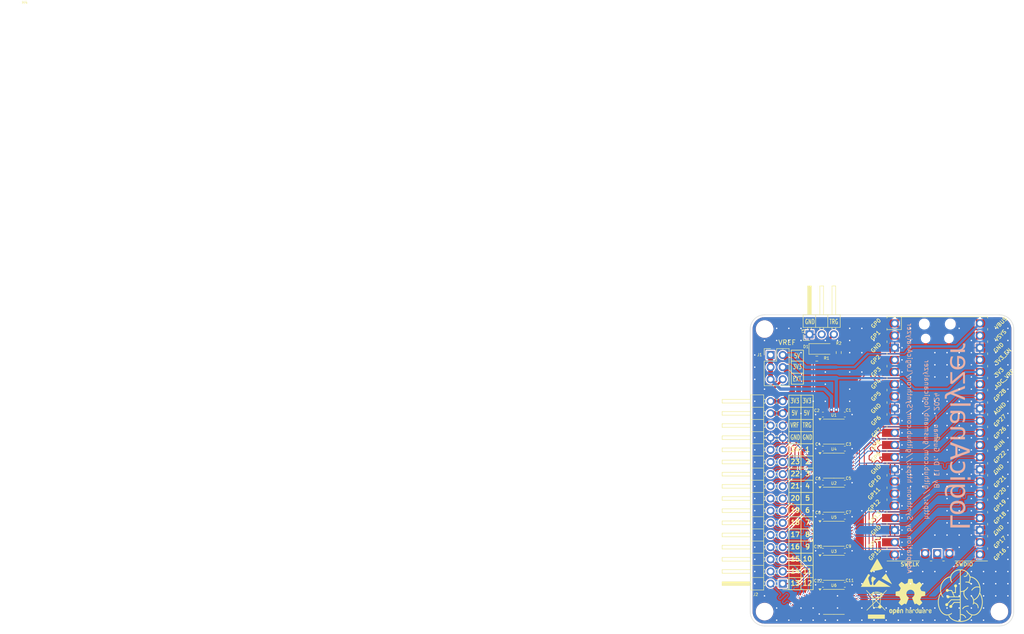
<source format=kicad_pcb>
(kicad_pcb (version 20240108) (generator "pcbnew") (generator_version "8.0")
  (layers (0 "F.Cu" signal) (31 "B.Cu" signal) (34 "B.Paste" user) (35 "F.Paste" user) (36 "B.SilkS" user "B.Silkscreen") (37 "F.SilkS" user "F.Silkscreen") (38 "B.Mask" user) (39 "F.Mask" user) (44 "Edge.Cuts" user))
  (net 0 "")
  (net 1 "GND")
  (net 2 "+3V3")
  (net 3 "/VREF")
  (net 4 "/Chain")
  (net 5 "/Ext_Trig")
  (net 6 "+5V")
  (net 7 "/VREF_EXT")
  (net 8 "/IN_20")
  (net 9 "/IN_19")
  (net 10 "/IN_16")
  (net 11 "/IN_2")
  (net 12 "/IN_22")
  (net 13 "/IN_24")
  (net 14 "/IN_11")
  (net 15 "/IN_8")
  (net 16 "/IN_21")
  (net 17 "/IN_9")
  (net 18 "/IN_10")
  (net 19 "/IN_1")
  (net 20 "/IN_5")
  (net 21 "/IN_7")
  (net 22 "/IN_12")
  (net 23 "/IN_15")
  (net 24 "/IN_4")
  (net 25 "/IN_14")
  (net 26 "/IN_23")
  (net 27 "/IN_13")
  (net 28 "/IN_18")
  (net 29 "/IN_17")
  (net 30 "/IN_3")
  (net 31 "/IN_6")
  (net 35 "/OUT_4")
  (net 36 "/OUT_1")
  (net 37 "/OUT_2")
  (net 38 "/OUT_3")
  (net 39 "/OUT_5")
  (net 40 "/OUT_8")
  (net 41 "/OUT_6")
  (net 43 "/OUT_7")
  (net 45 "/OUT_12")
  (net 46 "/OUT_10")
  (net 48 "/OUT_11")
  (net 50 "/OUT_9")
  (net 52 "/OUT_21")
  (net 53 "/OUT_23")
  (net 55 "/OUT_24")
  (net 56 "/OUT_22")
  (net 58 "/OUT_17")
  (net 59 "/OUT_19")
  (net 60 "/OUT_20")
  (net 61 "/OUT_18")
  (net 64 "/OUT_13")
  (net 65 "/OUT_16")
  (net 66 "/OUT_14")
  (net 68 "/OUT_15")
  (footprint "MountingHole:MountingHole_3.2mm_M3_DIN965" (layer "F.Cu") (at 3.075 3.075)
    (property "Reference" "H4")
    (property "Value" "MountingHole")
  )
  (footprint "Capacitor_SMD:C_0603_1608Metric" (layer "F.Cu") (at 169.672 106.68 180)
    (property "Reference" "C8")
    (property "Value" "100n")
  )
  (footprint "MountingHole:MountingHole_3.2mm_M3_DIN965" (layer "F.Cu") (at 157.501957 126.49303)
    (property "Reference" "H2" (hide yes))
    (property "Value" "MountingHole")
  )
  (footprint "Package_SO:TSSOP-14_4.4x5mm_P0.65mm" (layer "F.Cu") (at 171.958 88.9)
    (property "Reference" "U1")
    (property "Value" "TXB0104PW")
  )
  (footprint "Package_SO:TSSOP-14_4.4x5mm_P0.65mm" (layer "F.Cu") (at 171.958 96.012)
    (property "Reference" "U4")
    (property "Value" "TXB0104PW")
  )
  (footprint "Resistor_SMD:R_0603_1608Metric" (layer "F.Cu") (at 168.402 73.66)
    (property "Reference" "R1")
    (property "Value" "100k")
  )
  (footprint "MountingHole:MountingHole_3.2mm_M3_DIN965" (layer "F.Cu") (at 157.507194 67.484319)
    (property "Reference" "H1" (hide yes))
    (property "Value" "MountingHole")
  )
  (footprint "Diode_SMD:D_MiniMELF" (layer "F.Cu") (at 169.418 71.628)
    (property "Reference" "D1")
    (property "Value" "LL4148")
  )
  (footprint "Connector_PinHeader_2.54mm:PinHeader_2x03_P2.54mm_Vertical" (layer "F.Cu") (at 158.75 72.898)
    (property "Reference" "J1")
    (property "Value" "Conn_02x03_Odd_Even")
  )
  (footprint "Package_SO:TSSOP-14_4.4x5mm_P0.65mm" (layer "F.Cu") (at 171.958 110.236)
    (property "Reference" "U5")
    (property "Value" "TXB0104PW")
  )
  (footprint "Symbol:WEEE-Logo_4.2x6mm_SilkScreen" (layer "F.Cu") (at 180.848 124.968)
    (property "Reference" "REF**" (hide yes))
    (property "Value" "WEEE-Logo_4.2x6mm_SilkScreen" (hide yes))
  )
  (footprint "Capacitor_SMD:C_0603_1608Metric" (layer "F.Cu") (at 174.244 113.792)
    (property "Reference" "C9")
    (property "Value" "100n")
  )
  (footprint "Resistor_SMD:R_0603_1608Metric" (layer "F.Cu") (at 172.974 72.39 -90)
    (property "Reference" "R2")
    (property "Value" "8k2")
  )
  (footprint "Package_SO:TSSOP-14_4.4x5mm_P0.65mm" (layer "F.Cu") (at 171.958 117.348)
    (property "Reference" "U3")
    (property "Value" "TXB0104PW")
  )
  (footprint "Capacitor_SMD:C_0603_1608Metric" (layer "F.Cu") (at 169.672 92.456 180)
    (property "Reference" "C4")
    (property "Value" "100n")
  )
  (footprint "Package_SO:TSSOP-14_4.4x5mm_P0.65mm" (layer "F.Cu") (at 171.958 103.124)
    (property "Reference" "U2")
    (property "Value" "TXB0104PW")
  )
  (footprint "Capacitor_SMD:C_0603_1608Metric" (layer "F.Cu") (at 169.672 120.904 180)
    (property "Reference" "C12")
    (property "Value" "100n")
  )
  (footprint "Capacitor_SMD:C_0603_1608Metric" (layer "F.Cu") (at 174.244 85.344)
    (property "Reference" "C1")
    (property "Value" "100n")
  )
  (footprint "Capacitor_SMD:C_0603_1608Metric" (layer "F.Cu") (at 174.244 99.568)
    (property "Reference" "C5")
    (property "Value" "100n")
  )
  (footprint "Connector_PinHeader_2.54mm:PinHeader_2x16_P2.54mm_Horizontal" (layer "F.Cu") (at 161.29 120.65 180)
    (property "Reference" "J2")
    (property "Value" "Connector")
  )
  (footprint "MountingHole:MountingHole_3.2mm_M3_DIN965" (layer "F.Cu") (at 206.505698 126.494324)
    (property "Reference" "H3" (hide yes))
    (property "Value" "MountingHole")
  )
  (footprint "Eigene:RPi_Pico_SMD_TH" (layer "F.Cu") (at 193.548 90.424)
    (property "Reference" "U7")
    (property "Value" "Pico")
  )
  (footprint "Capacitor_SMD:C_0603_1608Metric" (layer "F.Cu") (at 174.244 106.68)
    (property "Reference" "C7")
    (property "Value" "100n")
  )
  (footprint "Capacitor_SMD:C_0603_1608Metric" (layer "F.Cu") (at 174.244 92.456)
    (property "Reference" "C3")
    (property "Value" "100n")
  )
  (footprint "Eigene:logo" (layer "F.Cu") (at 198.374 123.19)
    (property "Reference" "G***" (hide yes))
    (property "Value" "LOGO" (hide yes))
  )
  (footprint "Capacitor_SMD:C_0603_1608Metric" (layer "F.Cu") (at 169.672 113.792 180)
    (property "Reference" "C10")
    (property "Value" "100n")
  )
  (footprint "Package_SO:TSSOP-14_4.4x5mm_P0.65mm" (layer "F.Cu") (at 171.958 124.46)
    (property "Reference" "U6")
    (property "Value" "TXB0104PW")
  )
  (footprint "Connector_PinHeader_2.54mm:PinHeader_1x03_P2.54mm_Horizontal" (layer "F.Cu") (at 166.878 68.58 90)
    (property "Reference" "J3")
    (property "Value" "Chain")
  )
  (footprint "Symbol:OSHW-Logo2_9.8x8mm_SilkScreen" (layer "F.Cu") (at 187.940868 123.391892)
    (property "Reference" "REF**" (hide yes))
    (property "Value" "OSHW-Logo2_9.8x8mm_SilkScreen" (hide yes))
  )
  (footprint "Capacitor_SMD:C_0603_1608Metric" (layer "F.Cu") (at 174.244 120.904)
    (property "Reference" "C11")
    (property "Value" "100n")
  )
  (footprint "Capacitor_SMD:C_0603_1608Metric" (layer "F.Cu") (at 169.672 99.568 180)
    (property "Reference" "C6")
    (property "Value" "100n")
  )
  (footprint "Symbol:ESD-Logo_6.6x6mm_SilkScreen" (layer "F.Cu") (at 180.848 118.364)
    (property "Reference" "REF**" (hide yes))
    (property "Value" "ESD-Logo_6.6x6mm_SilkScreen" (hide yes))
  )
  (footprint "Capacitor_SMD:C_0603_1608Metric" (layer "F.Cu") (at 169.672 85.344 180)
    (property "Reference" "C2")
    (property "Value" "100n")
  )
  (gr_line (start 162.56 104.14) (end 167.64 104.14) (stroke (width 0.15)) (layer "F.SilkS"))
  (gr_line (start 162.56 114.3) (end 167.64 114.3) (stroke (width 0.15)) (layer "F.SilkS"))
  (gr_line (start 162.56 83.82) (end 167.64 83.82) (stroke (width 0.15)) (layer "F.SilkS"))
  (gr_line (start 162.56 86.36) (end 167.64 86.36) (stroke (width 0.15)) (layer "F.SilkS"))
  (gr_rect (start 163.068 71.882) (end 165.608 78.994) (stroke (width 0.15)) (fill none) (layer "F.SilkS"))
  (gr_line (start 162.56 101.6) (end 167.64 101.6) (stroke (width 0.15)) (layer "F.SilkS"))
  (gr_line (start 162.56 111.76) (end 167.64 111.76) (stroke (width 0.15)) (layer "F.SilkS"))
  (gr_line (start 162.56 119.38) (end 167.64 119.38) (stroke (width 0.15)) (layer "F.SilkS"))
  (gr_line (start 163.068 76.708) (end 165.608 76.708) (stroke (width 0.15)) (layer "F.SilkS"))
  (gr_line (start 162.56 109.22) (end 167.64 109.22) (stroke (width 0.15)) (layer "F.SilkS"))
  (gr_line (start 163.068 74.168) (end 165.608 74.168) (stroke (width 0.15)) (layer "F.SilkS"))
  (gr_line (start 162.56 88.9) (end 167.64 88.9) (stroke (width 0.15)) (layer "F.SilkS"))
  (gr_line (start 162.56 106.68) (end 167.64 106.68) (stroke (width 0.15)) (layer "F.SilkS"))
  (gr_line (start 162.56 99.06) (end 167.64 99.06) (stroke (width 0.15)) (layer "F.SilkS"))
  (gr_line (start 162.56 116.84) (end 167.64 116.84) (stroke (width 0.15)) (layer "F.SilkS"))
  (gr_rect (start 162.56 81.28) (end 167.64 121.92) (stroke (width 0.15)) (fill none) (layer "F.SilkS"))
  (gr_line (start 162.56 91.44) (end 167.64 91.44) (stroke (width 0.15)) (layer "F.SilkS"))
  (gr_line (start 162.56 96.52) (end 167.64 96.52) (stroke (width 0.15)) (layer "F.SilkS"))
  (gr_line (start 165.1 81.28) (end 165.1 121.92) (stroke (width 0.15)) (layer "F.SilkS"))
  (gr_line (start 162.56 93.98) (end 167.64 93.98) (stroke (width 0.15)) (layer "F.SilkS"))
  (gr_arc (start 206.5 64.5) (mid 208.62132 65.37868) (end 209.5 67.5) (stroke (width 0.1)) (layer "Edge.Cuts"))
  (gr_line (start 154.5 67.5) (end 154.5 126.5) (stroke (width 0.1)) (layer "Edge.Cuts"))
  (gr_arc (start 209.5 126.5) (mid 208.62132 128.62132) (end 206.5 129.5) (stroke (width 0.1)) (layer "Edge.Cuts"))
  (gr_arc (start 154.5 67.5) (mid 155.37868 65.37868) (end 157.5 64.5) (stroke (width 0.1)) (layer "Edge.Cuts"))
  (gr_line (start 209.5 126.5) (end 209.5 67.5) (stroke (width 0.1)) (layer "Edge.Cuts"))
  (gr_line (start 206.5 64.5) (end 157.5 64.5) (stroke (width 0.1)) (layer "Edge.Cuts"))
  (gr_line (start 157.5 129.5) (end 206.5 129.5) (stroke (width 0.1)) (layer "Edge.Cuts"))
  (gr_arc (start 157.5 129.5) (mid 155.37868 128.62132) (end 154.5 126.5) (stroke (width 0.1)) (layer "Edge.Cuts"))
  (gr_text "https://github.com/gusmanb/logicanalyzer" (at 190.786 107.338 -90) (layer "B.SilkS") (effects (font (size 1 1)) (justify left bottom mirror)))
  (gr_text "LogicAnalyzer" (at 195.58 109.474 -90) (layer "B.SilkS") (effects (font (size 4 4)) (justify left bottom mirror)))
  (gr_text "By El Dr. Gusman - 2024" (at 192.786 100.838 -90) (layer "B.SilkS") (effects (font (size 1 1)) (justify left bottom mirror)))
  (gr_text "Adaptation by Synthron: https://github.com/Synthron/LogicAnalyzer" (at 187.198 118.618 270) (layer "B.SilkS") (effects (font (size 1 1)) (justify left bottom mirror)))
  (gr_text "5V" (at 163.576 73.66 0) (layer "F.SilkS") (effects (font (size 1 0.66) (thickness 0.132) (bold yes)) (justify left bottom)))
  (gr_text "15" (at 162.814 116.078 0) (layer "F.SilkS") (effects (font (size 1 1) (thickness 0.2) (bold yes)) (justify left bottom)))
  (gr_text "16" (at 162.814 113.538 0) (layer "F.SilkS") (effects (font (size 1 1) (thickness 0.2) (bold yes)) (justify left bottom)))
  (gr_text "TRG" (at 170.942 66.548 0) (layer "F.SilkS") (effects (font (size 1 0.66) (thickness 0.132) (bold yes)) (justify left bottom)))
  (gr_text "GND" (at 165.862 66.548 0) (layer "F.SilkS") (effects (font (size 1 0.66) (thickness 0.132) (bold yes)) (justify left bottom)))
  (gr_text "20" (at 162.814 103.378 0) (layer "F.SilkS") (effects (font (size 1 1) (thickness 0.2) (bold yes)) (justify left bottom)))
  (gr_text "3" (at 165.862 98.298 0) (layer "F.SilkS") (effects (font (size 1 1) (thickness 0.2) (bold yes)) (justify left bottom)))
  (gr_text "7" (at 165.862 108.458 0) (layer "F.SilkS") (effects (font (size 1 1) (thickness 0.2) (bold yes)) (justify left bottom)))
  (gr_text "3V3" (at 162.814 83.058 0) (layer "F.SilkS") (effects (font (size 1 0.66) (thickness 0.132) (bold yes)) (justify left bottom)))
  (gr_text "14" (at 162.814 118.618 0) (layer "F.SilkS") (effects (font (size 1 1) (thickness 0.2) (bold yes)) (justify left bottom)))
  (gr_text "GND" (at 162.814 90.678 0) (layer "F.SilkS") (effects (font (size 1 0.66) (thickness 0.132) (bold yes)) (justify left bottom)))
  (gr_text "5V" (at 163.068 85.598 0) (layer "F.SilkS") (effects (font (size 1 0.66) (thickness 0.132) (bold yes)) (justify left bottom)))
  (gr_text "EXT" (at 163.322 78.486 0) (layer "F.SilkS") (effects (font (size 1 0.66) (thickness 0.132) (bold yes)) (justify left bottom)))
  (gr_text "23" (at 162.814 95.758 0) (layer "F.SilkS") (effects (font (size 1 1) (thickness 0.2) (bold yes)) (justify left bottom)))
  (gr_text "19" (at 162.814 105.918 0) (layer "F.SilkS") (effects (font (size 1 1) (thickness 0.2) (bold yes)) (justify left bottom)))
  (gr_text "22" (at 162.814 98.298 0) (layer "F.SilkS") (effects (font (size 1 1) (thickness 0.2) (bold yes)) (justify left bottom)))
  (gr_text "21" (at 162.814 100.838 0) (layer "F.SilkS") (effects (font (size 1 1) (thickness 0.2) (bold yes)) (justify left bottom)))
  (gr_text "13\n" (at 162.814 121.158 0) (layer "F.SilkS") (effects (font (size 1 1) (thickness 0.2) (bold yes)) (justify left bottom)))
  (gr_text "VREF" (at 160.274 70.866 0) (layer "F.SilkS") (effects (font (size 1 1)) (justify left bottom)))
  (gr_text "8" (at 165.862 110.998 0) (layer "F.SilkS") (effects (font (size 1 1) (thickness 0.2) (bold yes)) (justify left bottom)))
  (gr_text "1" (at 165.862 93.218 0) (layer "F.SilkS") (effects (font (size 1 1) (thickness 0.2) (bold yes)) (justify left bottom)))
  (gr_text "5V" (at 165.608 85.598 0) (layer "F.SilkS") (effects (font (size 1 0.66) (thickness 0.132) (bold yes)) (justify left bottom)))
  (gr_text "3V3" (at 165.354 83.058 0) (layer "F.SilkS") (effects (font (size 1 0.66) (thickness 0.132) (bold yes)) (justify left bottom)))
  (gr_text "10" (at 165.354 116.078 0) (layer "F.SilkS") (effects (font (size 1 1) (thickness 0.2) (bold yes)) (justify left bottom)))
  (gr_text "GND" (at 165.354 90.678 0) (layer "F.SilkS") (effects (font (size 1 0.66) (thickness 0.132) (bold yes)) (justify left bottom)))
  (gr_text "5" (at 165.862 103.378 0) (layer "F.SilkS") (effects (font (size 1 1) (thickness 0.2) (bold yes)) (justify left bottom)))
  (gr_text "11" (at 165.354 118.618 0) (layer "F.SilkS") (effects (font (size 1 1) (thickness 0.2) (bold yes)) (justify left bottom)))
  (gr_text "17" (at 162.814 110.998 0) (layer "F.SilkS") (effects (font (size 1 1) (thickness 0.2) (bold yes)) (justify left bottom)))
  (gr_text "12" (at 165.354 121.158 0) (layer "F.SilkS") (effects (font (size 1 1) (thickness 0.2) (bold yes)) (justify left bottom)))
  (gr_text "2" (at 165.862 95.758 0) (layer "F.SilkS") (effects (font (size 1 1) (thickness 0.2) (bold yes)) (justify left bottom)))
  (gr_text "3V3" (at 163.322 75.946 0) (layer "F.SilkS") (effects (font (size 1 0.66) (thickness 0.132) (bold yes)) (justify left bottom)))
  (gr_text "4" (at 165.862 100.838 0) (layer "F.SilkS") (effects (font (size 1 1) (thickness 0.2) (bold yes)) (justify left bottom)))
  (gr_text "6" (at 165.862 105.918 0) (layer "F.SilkS") (effects (font (size 1 1) (thickness 0.2) (bold yes)) (justify left bottom)))
  (gr_text "VRF" (at 162.814 88.138 0) (layer "F.SilkS") (effects (font (size 1 0.66) (thickness 0.132) (bold yes)) (justify left bottom)))
  (gr_text "TRG" (at 165.354 88.138 0) (layer "F.SilkS") (effects (font (size 1 0.66) (thickness 0.132) (bold yes)) (justify left bottom)))
  (gr_text "18" (at 162.814 108.458 0) (layer "F.SilkS") (effects (font (size 1 1) (thickness 0.2) (bold yes)) (justify left bottom)))
  (gr_text "24" (at 162.814 93.218 0) (layer "F.SilkS") (effects (font (size 1 1) (thickness 0.2) (bold yes)) (justify left bottom)))
  (gr_text "9" (at 165.862 113.538 0) (layer "F.SilkS") (effects (font (size 1 1) (thickness 0.2) (bold yes)) (justify left bottom)))
  (via (at 170.18 128.2885) (size 0.46) (drill 0.3) (layers "F.Cu" "B.Cu") (net 1))
  (via (at 205.74 67.3285) (size 0.46) (drill 0.3) (layers "F.Cu" "B.Cu") (net 1))
  (via (at 195.58 92.7285) (size 0.46) (drill 0.3) (layers "F.Cu" "B.Cu") (net 1))
  (via (at 198.12 125.7485) (size 0.46) (drill 0.3) (layers "F.Cu" "B.Cu") (net 1))
  (via (at 208.28 77.4885) (size 0.46) (drill 0.3) (layers "F.Cu" "B.Cu") (net 1))
  (via (at 175.768 120.904) (size 0.46) (drill 0.3) (layers "F.Cu" "B.Cu") (net 1))
  (via (at 193.04 74.9485) (size 0.46) (drill 0.3) (layers "F.Cu" "B.Cu") (net 1))
  (via (at 193.04 87.6485) (size 0.46) (drill 0.3) (layers "F.Cu" "B.Cu") (net 1))
  (via (at 200.66 77.4885) (size 0.46) (drill 0.3) (layers "F.Cu" "B.Cu") (net 1))
  (via (at 180.34 128.2885) (size 0.46) (drill 0.3) (layers "F.Cu" "B.Cu") (net 1))
  (via (at 175.768 92.456) (size 0.46) (drill 0.3) (layers "F.Cu" "B.Cu") (net 1))
  (via (at 198.12 67.3285) (size 0.46) (drill 0.3) (layers "F.Cu" "B.Cu") (net 1))
  (via (at 205.74 92.7285) (size 0.46) (drill 0.3) (layers "F.Cu" "B.Cu") (net 1))
  (via (at 200.66 100.3485) (size 0.46) (drill 0.3) (layers "F.Cu" "B.Cu") (net 1))
  (via (at 208.28 80.0285) (size 0.46) (drill 0.3) (layers "F.Cu" "B.Cu") (net 1))
  (via (at 168.148 92.456) (size 0.46) (drill 0.3) (layers "F.Cu" "B.Cu") (net 1))
  (via (at 187.96 69.8685) (size 0.46) (drill 0.3) (layers "F.Cu" "B.Cu") (net 1))
  (via (at 205.74 82.5685) (size 0.46) (drill 0.3) (layers "F.Cu" "B.Cu") (net 1))
  (via (at 186.182 109.474) (size 0.46) (drill 0.3) (layers "F.Cu" "B.Cu") (net 1))
  (via (at 162.56 69.8685) (size 0.46) (drill 0.3) (layers "F.Cu" "B.Cu") (net 1))
  (via (at 195.58 72.4085) (size 0.46) (drill 0.3) (layers "F.Cu" "B.Cu") (net 1))
  (via (at 190.5 97.8085) (size 0.46) (drill 0.3) (layers "F.Cu" "B.Cu") (net 1))
  (via (at 195.58 74.9485) (size 0.46) (drill 0.3) (layers "F.Cu" "B.Cu") (net 1))
  (via (at 155.448 102.87) (size 0.46) (drill 0.3) (layers "F.Cu" "B.Cu") (net 1))
  (via (at 200.66 80.0285) (size 0.46) (drill 0.3) (layers "F.Cu" "B.Cu") (net 1))
  (via (at 160.02 69.8685) (size 0.46) (drill 0.3) (layers "F.Cu" "B.Cu") (net 1))
  (via (at 205.74 110.5085) (size 0.46) (drill 0.3) (layers "F.Cu" "B.Cu") (net 1))
  (via (at 205.74 118.1285) (size 0.46) (drill 0.3) (layers "F.Cu" "B.Cu") (net 1))
  (via (at 170.18 69.8685) (size 0.46) (drill 0.3) (layers "F.Cu" "B.Cu") (net 1))
  (via (at 182.88 118.1285) (size 0.46) (drill 0.3) (layers "F.Cu" "B.Cu") (net 1))
  (via (at 208.28 102.8885) (size 0.46) (drill 0.3) (layers "F.Cu" "B.Cu") (net 1))
  (via (at 200.66 120.6685) (size 0.46) (drill 0.3) (layers "F.Cu" "B.Cu") (net 1))
  (via (at 205.74 72.4085) (size 0.46) (drill 0.3) (layers "F.Cu" "B.Cu") (net 1))
  (via (at 186.182 94.234) (size 0.46) (drill 0.3) (layers "F.Cu" "B.Cu") (net 1))
  (via (at 165.1 69.8685) (size 0.46) (drill 0.3) (layers "F.Cu" "B.Cu") (net 1))
  (via (at 175.768 85.344) (size 0.46) (drill 0.3) (layers "F.Cu" "B.Cu") (net 1))
  (via (at 198.12 110.5085) (size 0.46) (drill 0.3) (layers "F.Cu" "B.Cu") (net 1))
  (via (at 193.04 72.4085) (size 0.46) (drill 0.3) (layers "F.Cu" "B.Cu") (net 1))
  (via (at 198.12 123.2085) (size 0.46) (drill 0.3) (layers "F.Cu" "B.Cu") (net 1))
  (via (at 155.448 90.17) (size 0.46) (drill 0.3) (layers "F.Cu" "B.Cu") (net 1))
  (via (at 187.96 82.5685) (size 0.46) (drill 0.3) (layers "F.Cu" "B.Cu") (net 1))
  (via (at 172.72 128.2885) (size 0.46) (drill 0.3) (layers "F.Cu" "B.Cu") (net 1))
  (via (at 200.66 110.5085) (size 0.46) (drill 0.3) (layers "F.Cu" "B.Cu") (net 1))
  (via (at 198.12 128.2885) (size 0.46) (drill 0.3) (layers "F.Cu" "B.Cu") (net 1))
  (via (at 198.12 95.2685) (size 0.46) (drill 0.3) (layers "F.Cu" "B.Cu") (net 1))
  (via (at 205.74 115.5885) (size 0.46) (drill 0.3) (layers "F.Cu" "B.Cu") (net 1))
  (via (at 175.26 76.454) (size 0.46) (drill 0.3) (layers "F.Cu" "B.Cu") (net 1))
  (via (at 195.58 107.9685) (size 0.46) (drill 0.3) (layers "F.Cu" "B.Cu") (net 1))
  (via (at 193.04 110.5085) (size 0.46) (drill 0.3) (layers "F.Cu" "B.Cu") (net 1))
  (via (at 208.28 105.4285) (size 0.46) (drill 0.3) (layers "F.Cu" "B.Cu") (net 1))
  (via (at 205.74 87.6485) (size 0.46) (drill 0.3) (layers "F.Cu" "B.Cu") (net 1))
  (via (at 205.74 77.4885) (size 0.46) (drill 0.3) (layers "F.Cu" "B.Cu") (net 1))
  (via (at 198.12 74.9485) (size 0.46) (drill 0.3) (layers "F.Cu" "B.Cu") (net 1))
  (via (at 186.182 112.014) (size 0.46) (drill 0.3) (layers "F.Cu" "B.Cu") (net 1))
  (via (at 205.74 113.0485) (size 0.46) (drill 0.3) (layers "F.Cu" "B.Cu") (net 1))
  (via (at 175.26 69.8685) (size 0.46) (drill 0.3) (layers "F.Cu" "B.Cu") (net 1))
  (via (at 187.96 118.1285) (size 0.46) (drill 0.3) (layers "F.Cu" "B.Cu") (net 1))
  (via (at 198.12 90.1885) (size 0.46) (drill 0.3) (layers "F.Cu" "B.Cu") (net 1))
  (via (at 155.448 120.65) (size 0.46) (drill 0.3) (layers "F.Cu" "B.Cu") (net 1))
  (via (at 208.28 67.3285) (size 0.46) (drill 0.3) (layers "F.Cu" "B.Cu") (net 1))
  (via (at 186.182 73.914) (size 0.46) (drill 0.3) (layers "F.Cu" "B.Cu") (net 1))
  (via (at 187.96 125.7485) (size 0.46) (drill 0.3) (layers "F.Cu" "B.Cu") (net 1))
  (via (at 208.28 69.8685) (size 0.46) (drill 0.3) (layers "F.Cu" "B.Cu") (net 1))
  (via (at 168.91 91.44) (size 0.46) (drill 0.3) (layers "F.Cu" "B.Cu") (net 1))
  (via (at 165.1 128.2885) (size 0.46) (drill 0.3) (layers "F.Cu" "B.Cu") (net 1))
  (via (at 200.66 95.2685) (size 0.46) (drill 0.3) (layers "F.Cu" "B.Cu") (net 1))
  (via (at 208.28 92.7285) (size 0.46) (drill 0.3) (layers "F.Cu" "B.Cu") (net 1))
  (via (at 205.74 100.3485) (size 0.46) (drill 0.3) (layers "F.Cu" "B.Cu") (net 1))
  (via (at 155.448 95.25) (size 0.46) (drill 0.3) (layers "F.Cu" "B.Cu") (net 1))
  (via (at 175.768 113.792) (size 0.46) (drill 0.3) (layers "F.Cu" "B.Cu") (net 1))
  (via (at 195.58 85.1085) (size 0.46) (drill 0.3) (layers "F.Cu" "B.Cu") (net 1))
  (via (at 198.12 72.4085) (size 0.46) (drill 0.3) (layers "F.Cu" "B.Cu") (net 1))
  (via (at 195.58 100.3485) (size 0.46) (drill 0.3) (layers "F.Cu" "B.Cu") (net 1))
  (via (at 167.64 82.5685) (size 0.46) (drill 0.3) (layers "F.Cu" "B.Cu") (net 1))
  (via (at 190.5 120.6685) (size 0.46) (drill 0.3) (layers "F.Cu" "B.Cu") (net 1))
  (via (at 203.2 123.2085) (size 0.46) (drill 0.3) (layers "F.Cu" "B.Cu") (net 1))
  (via (at 190.5 118.1285) (size 0.46) (drill 0.3) (layers "F.Cu" "B.Cu") (net 1))
  (via (at 208.28 110.5085) (size 0.46) (drill 0.3) (layers "F.Cu" "B.Cu") (net 1))
  (via (at 198.12 97.8085) (size 0.46) (drill 0.3) (layers "F.Cu" "B.Cu") (net 1))
  (via (at 195.58 102.8885) (size 0.46) (drill 0.3) (layers "F.Cu" "B.Cu") (net 1))
  (via (at 155.448 107.95) (size 0.46) (drill 0.3) (layers "F.Cu" "B.Cu") (net 1))
  (via (at 205.74 107.9685) (size 0.46) (drill 0.3) (layers "F.Cu" "B.Cu") (net 1))
  (via (at 168.148 85.344) (size 0.46) (drill 0.3) (layers "F.Cu" "B.Cu") (net 1))
  (via (at 180.34 118.1285) (size 0.46) (drill 0.3) (layers "F.Cu" "B.Cu") (net 1))
  (via (at 198.12 107.9685) (size 0.46) (drill 0.3) (layers "F.Cu" "B.Cu") (net 1))
  (via (at 186.182 96.774) (size 0.46) (drill 0.3) (layers "F.Cu" "B.Cu") (net 1))
  (via (at 155.448 82.55) (size 0.46) (drill 0.3) (layers "F.Cu" "B.Cu") (net 1))
  (via (at 155.448 77.978) (size 0.46) (drill 0.3) (layers "F.Cu" "B.Cu") (net 1))
  (via (at 172.72 69.8685) (size 0.46) (drill 0.3) (layers "F.Cu" "B.Cu") (net 1))
  (via (at 187.96 102.8885) (size 0.46) (drill 0.3) (layers "F.Cu" "B.Cu") (net 1))
  (via (at 168.91 119.888) (size 0.46) (drill 0.3) (layers "F.Cu" "B.Cu") (net 1))
  (via (at 208.28 118.1285) (size 0.46) (drill 0.3) (layers "F.Cu" "B.Cu") (net 1))
  (via (at 177.8 125.7485) (size 0.46) (drill 0.3) (layers "F.Cu" "B.Cu") (net 1))
  (via (at 155.448 110.49) (size 0.46) (drill 0.3) (layers "F.Cu" "B.Cu") (net 1))
  (via (at 195.58 128.2885) (size 0.46) (drill 0.3) (layers "F.Cu" "B.Cu") (net 1))
  (via (at 186.182 104.394) (size 0.46) (drill 0.3) (layers "F.Cu" "B.Cu") (net 1))
  (via (at 170.18 76.454) (size 0.46) (drill 0.3) (layers "F.Cu" "B.Cu") (net 1))
  (via (at 187.96 77.4885) (size 0.46) (drill 0.3) (layers "F.Cu" "B.Cu") (net 1))
  (via (at 200.66 90.1885) (size 0.46) (drill 0.3) (layers "F.Cu" "B.Cu") (net 1))
  (via (at 165.1 85.1085) (size 0.46) (drill 0.3) (layers "F.Cu" "B.Cu") (net 1))
  (via (at 200.66 107.9685) (size 0.46) (drill 0.3) (layers "F.Cu" "B.Cu") (net 1))
  (via (at 187.96 67.3285) (size 0.46) (drill 0.3) (layers "F.Cu" "B.Cu") (net 1))
  (via (at 187.96 128.2885) (size 0.46) (drill 0.3) (layers "F.Cu" "B.Cu") (net 1))
  (via (at 193.04 97.8085) (size 0.46) (drill 0.3) (layers "F.Cu" "B.Cu") (net 1))
  (via (at 200.66 105.4285) (size 0.46) (drill 0.3) (layers "F.Cu" "B.Cu") (net 1))
  (via (at 205.74 95.2685) (size 0.46) (drill 0.3) (layers "F.Cu" "B.Cu") (net 1))
  (via (at 155.448 105.41) (size 0.46) (drill 0.3) (layers "F.Cu" "B.Cu") (net 1))
  (via (at 205.74 102.8885) (size 0.46) (drill 0.3) (layers "F.Cu" "B.Cu") (net 1))
  (via (at 157.48 80.0285) (size 0.46) (drill 0.3) (layers "F.Cu" "B.Cu") (net 1))
  (via (at 175.26 82.5685) (size 0.46) (drill 0.3) (layers "F.Cu" "B.Cu") (net 1))
  (via (at 186.182 91.694) (size 0.46) (drill 0.3) (layers "F.Cu" "B.Cu") (net 1))
  (via (at 186.182 76.454) (size 0.46) (drill 0.3) (layers "F.Cu" "B.Cu") (net 1))
  (via (at 190.5 100.3485) (size 0.46) (drill 0.3) (layers "F.Cu" "B.Cu") (net 1))
  (via (at 165.1 67.3285) (size 0.46) (drill 0.3) (layers "F.Cu" "B.Cu") (net 1))
  (via (at 205.74 74.9485) (size 0.46) (drill 0.3) (layers "F.Cu" "B.Cu") (net 1))
  (via (at 175.26 72.4085) (size 0.46) (drill 0.3) (layers "F.Cu" "B.Cu") (net 1))
  (via (at 157.48 123.2085) (size 0.46) (drill 0.3) (layers "F.Cu" "B.Cu") (net 1))
  (via (at 187.96 85.1085) (size 0.46) (drill 0.3) (layers "F.Cu" "B.Cu") (net 1))
  (via (at 155.448 115.57) (size 0.46) (drill 0.3) (layers "F.Cu" "B.Cu") (net 1))
  (via (at 200.66 72.4085) (size 0.46) (drill 0.3) (layers "F.Cu" "B.Cu") (net 1))
  (via (at 208.28 82.5685) (size 0.46) (drill 0.3) (layers "F.Cu" "B.Cu") (net 1))
  (via (at 177.8 128.2885) (size 0.46) (drill 0.3) (layers "F.Cu" "B.Cu") (net 1))
  (via (at 193.04 82.5685) (size 0.46) (drill 0.3) (layers "F.Cu" "B.Cu") (net 1))
  (via (at 195.58 125.7485) (size 0.46) (drill 0.3) (layers "F.Cu" "B.Cu") (net 1))
  (via (at 195.58 123.2085) (size 0.46) (drill 0.3) (layers "F.Cu" "B.Cu") (net 1))
  (via (at 208.28 107.9685) (size 0.46) (drill 0.3) (layers "F.Cu" "B.Cu") (net 1))
  (via (at 177.8 67.3285) (size 0.46) (drill 0.3) (layers "F.Cu" "B.Cu") (net 1))
  (via (at 205.74 69.8685) (size 0.46) (drill 0.3) (layers "F.Cu" "B.Cu") (net 1))
  (via (at 177.8 120.6685) (size 0.46) (drill 0.3) (layers "F.Cu" "B.Cu") (net 1))
  (via (at 190.5 128.2885) (size 0.46) (drill 0.3) (layers "F.Cu" "B.Cu") (net 1))
  (via (at 200.66 87.6485) (size 0.46) (drill 0.3) (layers "F.Cu" "B.Cu") (net 1))
  (via (at 155.448 85.09) (size 0.46) (drill 0.3) (layers "F.Cu" "B.Cu") (net 1))
  (via (at 182.88 125.7485) (size 0.46) (drill 0.3) (layers "F.Cu" "B.Cu") (net 1))
  (via (at 167.64 105.4285) (size 0.46) (drill 0.3) (layers "F.Cu" "B.Cu") (net 1))
  (via (at 208.28 100.3485) (size 0.46) (drill 0.3) (layers "F.Cu" "B.Cu") (net 1))
  (via (at 198.12 120.6685) (size 0.46) (drill 0.3) (layers "F.Cu" "B.Cu") (net 1))
  (via (at 208.28 120.6685) (size 0.46) (drill 0.3) (layers "F.Cu" "B.Cu") (net 1))
  (via (at 208.28 115.5885) (size 0.46) (drill 0.3) (layers "F.Cu" "B.Cu") (net 1))
  (via (at 165.1 125.7485) (size 0.46) (drill 0.3) (layers "F.Cu" "B.Cu") (net 1))
  (via (at 160.02 67.3285) (size 0.46) (drill 0.3) (layers "F.Cu" "B.Cu") (net 1))
  (via (at 186.182 106.934) (size 0.46) (drill 0.3) (layers "F.Cu" "B.Cu") (net 1))
  (via (at 175.26 128.2885) (size 0.46) (drill 0.3) (layers "F.Cu" "B.Cu") (net 1))
  (via (at 175.768 106.68) (size 0.46) (drill 0.3) (layers "F.Cu" "B.Cu") (net 1))
  (via (at 200.66 82.5685) (size 0.46) (drill 0.3) (layers "F.Cu" "B.Cu") (net 1))
  (via (at 187.96 74.9485) (size 0.46) (drill 0.3) (layers "F.Cu" "B.Cu") (net 1))
  (via (at 177.8 105.4285) (size 0.46) (drill 0.3) (layers "F.Cu" "B.Cu") (net 1))
  (via (at 200.66 74.9485) (size 0.46) (drill 0.3) (layers "F.Cu" "B.Cu") (net 1))
  (via (at 208.28 123.2085) (size 0.46) (drill 0.3) (layers "F.Cu" "B.Cu") (net 1))
  (via (at 193.04 128.2885) (size 0.46) (drill 0.3) (layers "F.Cu" "B.Cu") (net 1))
  (via (at 155.448 97.79) (size 0.46) (drill 0.3) (layers "F.Cu" "B.Cu") (net 1))
  (via (at 200.66 69.8685) (size 0.46) (drill 0.3) (layers "F.Cu" "B.Cu") (net 1))
  (via (at 208.28 90.1885) (size 0.46) (drill 0.3) (layers "F.Cu" "B.Cu") (net 1))
  (via (at 193.04 125.7485) (size 0.46) (drill 0.3) (layers "F.Cu" "B.Cu") (net 1))
  (via (at 155.448 118.11) (size 0.46) (drill 0.3) (layers "F.Cu" "B.Cu") (net 1))
  (via (at 186.182 71.374) (size 0.46) (drill 0.3) (layers "F.Cu" "B.Cu") (net 1))
  (via (at 162.56 67.3285) (size 0.46) (drill 0.3) (layers "F.Cu" "B.Cu") (net 1))
  (via (at 195.58 90.1885) (size 0.46) (drill 0.3) (layers "F.Cu" "B.Cu") (net 1))
  (via (at 195.58 77.4885) (size 0.46) (drill 0.3) (layers "F.Cu" "B.Cu") (net 1))
  (via (at 200.66 123.2085) (size 0.46) (drill 0.3) (layers "F.Cu" "B.Cu") (net 1))
  (via (at 170.18 82.5685) (size 0.46) (drill 0.3) (layers "F.Cu" "B.Cu") (net 1))
  (via (at 155.448 87.63) (size 0.46) (drill 0.3) (layers "F.Cu" "B.Cu") (net 1))
  (via (at 208.28 97.8085) (size 0.46) (drill 0.3) (layers "F.Cu" "B.Cu") (net 1))
  (via (at 155.448 75.438) (size 0.46) (drill 0.3) (layers "F.Cu" "B.Cu") (net 1))
  (via (at 198.12 80.0285) (size 0.46) (drill 0.3) (layers "F.Cu" "B.Cu") (net 1))
  (via (at 200.66 125.7485) (size 0.46) (drill 0.3) (layers "F.Cu" "B.Cu") (net 1))
  (via (at 198.12 92.7285) (size 0.46) (drill 0.3) (layers "F.Cu" "B.Cu") (net 1))
  (via (at 200.66 97.8085) (size 0.46) (drill 0.3) (layers "F.Cu" "B.Cu") (net 1))
  (via (at 200.66 118.1285) (size 0.46) (drill 0.3) (layers "F.Cu" "B.Cu") (net 1))
  (via (at 200.66 92.7285) (size 0.46) (drill 0.3) (layers "F.Cu" "B.Cu") (net 1))
  (via (at 168.148 99.568) (size 0.46) (drill 0.3) (layers "F.Cu" "B.Cu") (net 1))
  (via (at 155.448 72.898) (size 0.46) (drill 0.3) (layers "F.Cu" "B.Cu") (net 1))
  (via (at 198.12 87.6485) (size 0.46) (drill 0.3) (layers "F.Cu" "B.Cu") (net 1))
  (via (at 195.58 87.6485) (size 0.46) (drill 0.3) (layers "F.Cu" "B.Cu") (net 1))
  (via (at 203.2 128.2885) (size 0.46) (drill 0.3) (layers "F.Cu" "B.Cu") (net 1))
  (via (at 157.48 69.8685) (size 0.46) (drill 0.3) (layers "F.Cu" "B.Cu") (net 1))
  (via (at 175.26 67.3285) (size 0.46) (drill 0.3) (layers "F.Cu" "B.Cu") (net 1))
  (via (at 182.88 128.2885) (size 0.46) (drill 0.3) (layers "F.Cu" "B.Cu") (net 1))
  (via (at 165.1 100.3485) (size 0.46) (drill 0.3) (layers "F.Cu" "B.Cu") (net 1))
  (via (at 203.2 125.7485) (size 0.46) (drill 0.3) (layers "F.Cu" "B.Cu") (net 1))
  (via (at 167.64 128.2885) (size 0.46) (drill 0.3) (layers "F.Cu" "B.Cu") (net 1))
  (via (at 170.18 78.994) (size 0.46) (drill 0.3) (layers "F.Cu" "B.Cu") (net 1))
  (via (at 186.182 86.614) (size 0.46) (drill 0.3) (layers "F.Cu" "B.Cu") (net 1))
  (via (at 187.96 97.8085) (size 0.46) (drill 0.3) (layers "F.Cu" "B.Cu") (net 1))
  (via (at 205.74 80.0285) (size 0.46) (drill 0.3) (layers "F.Cu" "B.Cu") (net 1))
  (via (at 208.28 113.0485) (size 0.46) (drill 0.3) (layers "F.Cu" "B.Cu") (net 1))
  (via (at 208.28 85.1085) (size 0.46) (drill 0.3) (layers "F.Cu" "B.Cu") (net 1))
  (via (at 205.74 85.1085) (size 0.46) (drill 0.3) (layers "F.Cu" "B.Cu") (net 1))
  (via (at 172.72 123.2085) (size 0.46) (drill 0.3) (layers "F.Cu" "B.Cu") (net 1))
  (via (at 190.5 85.1085) (size 0.46) (drill 0.3) (layers "F.Cu" "B.Cu") (net 1))
  (via (at 190.5 82.5685) (size 0.46) (drill 0.3) (layers "F.Cu" "B.Cu") (net 1))
  (via (at 193.04 85.1085) (size 0.46) (drill 0.3) (layers "F.Cu" "B.Cu") (net 1))
  (via (at 203.2 118.1285) (size 0.46) (drill 0.3) (layers "F.Cu" "B.Cu") (net 1))
  (via (at 155.448 113.03) (size 0.46) (drill 0.3) (layers "F.Cu" "B.Cu") (net 1))
  (via (at 187.96 120.6685) (size 0.46) (drill 0.3) (layers "F.Cu" "B.Cu") (net 1))
  (via (at 186.182 114.554) (size 0.46) (drill 0.3) (layers "F.Cu" "B.Cu") (net 1))
  (via (at 172.72 125.7485) (size 0.46) (drill 0.3) (layers "F.Cu" "B.Cu") (net 1))
  (via (at 208.28 87.6485) (size 0.46) (drill 0.3) (layers "F.Cu" "B.Cu") (net 1))
  (via (at 208.28 95.2685) (size 0.46) (drill 0.3) (layers "F.Cu" "B.Cu") (net 1))
  (via (at 198.12 105.4285) (size 0.46) (drill 0.3) (layers "F.Cu" "B.Cu") (net 1))
  (via (at 177.8 72.4085) (size 0.46) (drill 0.3) (layers "F.Cu" "B.Cu") (net 1))
  (via (at 186.182 78.994) (size 0.46) (drill 0.3) (layers "F.Cu" "B.Cu") (net 1))
  (via (at 200.66 85.1085) (size 0.46) (drill 0.3) (layers "F.Cu" "B.Cu") (net 1))
  (via (at 198.12 82.5685) (size 0.46) (drill 0.3) (layers "F.Cu" "B.Cu") (net 1))
  (via (at 168.91 105.664) (size 0.46) (drill 0.3) (layers "F.Cu" "B.Cu") (net 1))
  (via (at 155.448 92.71) (size 0.46) (drill 0.3) (layers "F.Cu" "B.Cu") (net 1))
  (via (at 205.74 105.4285) (size 0.46) (drill 0.3) (layers "F.Cu" "B.Cu") (net 1))
  (via (at 195.58 105.4285) (size 0.46) (drill 0.3) (layers "F.Cu" "B.Cu") (net 1))
  (via (at 198.12 113.0485) (size 0.46) (drill 0.3) (layers "F.Cu" "B.Cu") (net 1))
  (via (at 168.91 98.552) (size 0.46) (drill 0.3) (layers "F.Cu" "B.Cu") (net 1))
  (via (at 168.91 127) (size 0.46) (drill 0.3) (layers "F.Cu" "B.Cu") (net 1))
  (via (at 185.42 128.2885) (size 0.46) (drill 0.3) (layers "F.Cu" "B.Cu") (net 1))
  (via (at 186.182 89.154) (size 0.46) (drill 0.3) (layers "F.Cu" "B.Cu") (net 1))
  (via (at 193.04 118.1285) (size 0.46) (drill 0.3) (layers "F.Cu" "B.Cu") (net 1))
  (via (at 168.91 112.776) (size 0.46) (drill 0.3) (layers "F.Cu" "B.Cu") (net 1))
  (via (at 160.02 125.7485) (size 0.46) (drill 0.3) (layers "F.Cu" "B.Cu") (net 1))
  (via (at 205.74 90.1885) (size 0.46) (drill 0.3) (layers "F.Cu" "B.Cu") (net 1))
  (via (at 160.02 128.2885) (size 0.46) (drill 0.3) (layers "F.Cu" "B.Cu") (net 1))
  (via (at 208.28 74.9485) (size 0.46) (drill 0.3) (layers "F.Cu" "B.Cu") (net 1))
  (via (at 155.448 100.33) (size 0.46) (drill 0.3) (layers "F.Cu" "B.Cu") (net 1))
  (via (at 168.148 106.68) (size 0.46) (drill 0.3) (layers "F.Cu" "B.Cu") (net 1))
  (via (at 175.26 80.0285) (size 0.46) (drill 0.3) (layers "F.Cu" "B.Cu") (net 1))
  (via (at 165.1 72.4085) (size 0.46) (drill 0.3) (layers "F.Cu" "B.Cu") (net 1))
  (via (at 187.96 100.3485) (size 0.46) (drill 0.3) (layers "F.Cu" "B.Cu") (net 1))
  (via (at 198.12 85.1085) (size 0.46) (drill 0.3) (layers "F.Cu" "B.Cu") (net 1))
  (via (at 195.58 97.8085) (size 0.46) (drill 0.3) (layers "F.Cu" "B.Cu") (net 1))
  (via (at 177.8 76.454) (size 0.46) (drill 0.3) (layers "F.Cu" "B.Cu") (net 1))
  (via (at 203.2 120.6685) (size 0.46) (drill 0.3) (layers "F.Cu" "B.Cu") (net 1))
  (via (at 165.1 97.8085) (size 0.46) (drill 0.3) (layers "F.Cu" "B.Cu") (net 1))
  (via (at 185.42 125.7485) (size 0.46) (drill 0.3) (layers "F.Cu" "B.Cu") (net 1))
  (via (at 193.04 77.4885) (size 0.46) (drill 0.3) (layers "F.Cu" "B.Cu") (net 1))
  (via (at 195.58 82.5685) (size 0.46) (drill 0.3) (layers "F.Cu" "B.Cu") (net 1))
  (via (at 180.34 69.8685) (size 0.46) (drill 0.3) (layers "F.Cu" "B.Cu") (net 1))
  (via (at 195.58 110.5085) (size 0.46) (drill 0.3) (layers "F.Cu" "B.Cu") (net 1))
  (via (at 200.66 128.2885) (size 0.46) (drill 0.3) (layers "F.Cu" "B.Cu") (net 1))
  (via (at 205.74 123.2085) (size 0.46) (drill 0.3) (layers "F.Cu" "B.Cu") (net 1))
  (via (at 180.34 125.7485) (size 0.46) (drill 0.3) (layers "F.Cu" "B.Cu") (net 1))
  (via (at 175.768 99.568) (size 0.46) (drill 0.3) (layers "F.Cu" "B.Cu") (net 1))
  (via (at 205.74 120.6685) (size 0.46) (drill 0.3) (layers "F.Cu" "B.Cu") (net 1))
  (via (at 168.148 113.792) (size 0.46) (drill 0.3) (layers "F.Cu" "B.Cu") (net 1))
  (via (at 168.148 120.904) (size 0.46) (drill 0.3) (layers "F.Cu" "B.Cu") (net 1))
  (via (at 200.66 102.8885) (size 0.46) (drill 0.3) (layers "F.Cu" "B.Cu") (net 1))
  (via (at 162.56 128.2885) (size 0.46) (drill 0.3) (layers "F.Cu" "B.Cu") (net 1))
  (via (at 190.5 125.7485) (size 0.46) (drill 0.3) (layers "F.Cu" "B.Cu") (net 1))
  (via (at 167.64 125.7485) (size 0.46) (drill 0.3) (layers "F.Cu" "B.Cu") (net 1))
  (via (at 208.28 72.4085) (size 0.46) (drill 0.3) (layers "F.Cu" "B.Cu") (net 1))
  (via (at 205.74 97.8085) (size 0.46) (drill 0.3) (layers "F.Cu" "B.Cu") (net 1))
  (segment (start 173.551 122.51) (end 173.469 122.428) (width 0.3) (layer "F.Cu") (net 2))
  (segment (start 172.466 85.344) (end 172.466 84.328) (width 0.5) (layer "F.Cu") (net 2))
  (segment (start 173.654 105.074) (end 174.8205 105.074) (width 0.3) (layer "F.Cu") (net 2))
  (segment (start 173.551 115.398) (end 173.469 115.316) (width 0.3) (layer "F.Cu") (net 2))
  (segment (start 174.8205 86.95) (end 173.551 86.95) (width 0.3) (layer "F.Cu") (net 2))
  (segment (start 173.654 97.962) (end 174.8205 97.962) (width 0.3) (layer "F.Cu") (net 2))
  (segment (start 174.8205 115.398) (end 173.551 115.398) (width 0.3) (layer "F.Cu") (net 2))
  (segment (start 173.469 106.68) (end 173.469 108.204) (width 0.3) (layer "F.Cu") (net 2))
  (segment (start 173.469 113.792) (end 172.466 113.792) (width 0.5) (layer "F.Cu") (net 2))
  (segment (start 172.466 92.456) (end 172.466 99.568) (width 0.7) (layer "F.Cu") (net 2))
  (segment (start 173.469 108.204) (end 173.469 112.001) (width 0.3) (layer "F.Cu") (net 2))
  (segment (start 173.469 85.344) (end 173.469 86.868) (width 0.3) (layer "F.Cu") (net 2))
  (segment (start 173.469 113.792) (end 173.469 115.316) (width 0.3) (layer "F.Cu") (net 2))
  (segment (start 173.469 92.456) (end 172.466 92.456) (width 0.5) (layer "F.Cu") (net 2))
  (segment (start 173.469 85.344) (end 172.466 85.344) (width 0.5) (layer "F.Cu") (net 2))
  (segment (start 173.551 101.174) (end 173.469 101.092) (width 0.3) (layer "F.Cu") (net 2))
  (segment (start 174.8205 108.286) (end 173.551 108.286) (width 0.3) (layer "F.Cu") (net 2))
  (segment (start 172.466 106.68) (end 172.466 113.792) (width 0.7) (layer "F.Cu") (net 2))
  (segment (start 172.466 113.792) (end 172.466 120.904) (width 0.7) (layer "F.Cu") (net 2))
  (segment (start 173.469 92.456) (end 173.469 93.98) (width 0.3) (layer "F.Cu") (net 2))
  (segment (start 173.469 99.568) (end 173.469 101.092) (width 0.3) (layer "F.Cu") (net 2))
  (segment (start 173.469 90.665) (end 173.654 90.85) (width 0.3) (layer "F.Cu") (net 2))
  (segment (start 173.654 112.186) (end 174.8205 112.186) (width 0.3) (layer "F.Cu") (net 2))
  (segment (start 161.29 82.55) (end 163.322 80.518) (width 1) (layer "F.Cu") (net 2))
  (segment (start 173.469 115.316) (end 173.469 119.113) (width 0.3) (layer "F.Cu") (net 2))
  (segment (start 172.466 84.328) (end 172.466 92.456) (width 0.7) (layer "F.Cu") (net 2))
  (segment (start 173.469 120.904) (end 172.466 120.904) (width 0.5) (layer "F.Cu") (net 2))
  (segment (start 172.466 99.568) (end 172.466 106.68) (width 0.7) (layer "F.Cu") (net 2))
  (segment (start 173.469 104.889) (end 173.654 105.074) (width 0.3) (layer "F.Cu") (net 2))
  (segment (start 173.469 126.225) (end 173.654 126.41) (width 0.3) (layer "F.Cu") (net 2))
  (segment (start 173.469 112.001) (end 173.654 112.186) (width 0.3) (layer "F.Cu") (net 2))
  (segment (start 173.654 119.298) (end 174.8205 119.298) (width 0.3) (layer "F.Cu") (net 2))
  (segment (start 173.469 99.568) (end 172.466 99.568) (width 0.5) (layer "F.Cu") (net 2))
  (segment (start 173.654 126.41) (end 174.8205 126.41) (width 0.3) (layer "F.Cu") (net 2))
  (segment (start 173.551 94.062) (end 173.469 93.98) (width 0.3) (layer "F.Cu") (net 2))
  (segment (start 163.322 77.47) (end 161.29 75.438) (width 1) (layer "F.Cu") (net 2))
  (segment (start 173.469 93.98) (end 173.469 97.777) (width 0.3) (layer "F.Cu") (net 2))
  (segment (start 173.469 122.428) (end 173.469 126.225) (width 0.3) (layer "F.Cu") (net 2))
  (segment (start 173.654 90.85) (end 174.8205 90.85) (width 0.3) (layer "F.Cu") (net 2))
  (segment (start 173.469 97.777) (end 173.654 97.962) (width 0.3) (layer "F.Cu") (net 2))
  (segment (start 173.469 101.092) (end 173.469 104.889) (width 0.3) (layer "F.Cu") (net 2))
  (segment (start 173.551 108.286) (end 173.469 108.204) (width 0.3) (layer "F.Cu") (net 2))
  (segment (start 173.551 86.95) (end 173.469 86.868) (width 0.3) (layer "F.Cu") (net 2))
  (segment (start 158.75 82.55) (end 161.29 82.55) (width 1) (layer "F.Cu") (net 2))
  (segment (start 174.8205 94.062) (end 173.551 94.062) (width 0.3) (layer "F.Cu") (net 2))
  (segment (start 174.8205 101.174) (end 173.551 101.174) (width 0.3) (layer "F.Cu") (net 2))
  (segment (start 174.8205 122.51) (end 173.551 122.51) (width 0.3) (layer "F.Cu") (net 2))
  (segment (start 173.469 86.868) (end 173.469 90.665) (width 0.3) (layer "F.Cu") (net 2))
  (segment (start 173.469 106.68) (end 172.466 106.68) (width 0.5) (layer "F.Cu") (net 2))
  (segment (start 163.322 80.518) (end 163.322 77.47) (width 1) (layer "F.Cu") (net 2))
  (segment (start 173.469 119.113) (end 173.654 119.298) (width 0.3) (layer "F.Cu") (net 2))
  (segment (start 173.469 120.904) (end 173.469 122.428) (width 0.3) (layer "F.Cu") (net 2))
  (via (at 172.466 84.328) (size 0.7) (drill 0.4) (layers "F.Cu" "B.Cu") (net 2))
  (segment (start 186.436 77.724) (end 188.722 80.01) (width 0.5) (layer "B.Cu") (net 2))
  (segment (start 165.1 77.724) (end 172.466 77.724) (width 1) (layer "B.Cu") (net 2))
  (segment (start 199.39 76.454) (end 202.438 76.454) (width 0.5) (layer "B.Cu") (net 2))
  (segment (start 172.466 77.724) (end 172.466 84.328) (width 0.7) (layer "B.Cu") (net 2))
  (segment (start 182.118 77.724) (end 186.436 77.724) (width 0.3) (layer "B.Cu") (net 2))
  (segment (start 161.29 75.438) (end 162.814 75.438) (width 1) (layer "B.Cu") (net 2))
  (segment (start 188.722 80.01) (end 195.834 80.01) (width 0.5) (layer "B.Cu") (net 2))
  (segment (start 195.834 80.01) (end 199.39 76.454) (width 0.5) (layer "B.Cu") (net 2))
  (segment (start 172.466 77.724) (end 182.118 77.724) (width 0.5) (layer "B.Cu") (net 2))
  (segment (start 162.814 75.438) (end 165.1 77.724) (width 1) (layer "B.Cu") (net 2))
  (segment (start 170.447 85.344) (end 170.447 86.601) (width 0.3) (layer "F.Cu") (net 3))
  (segment (start 170.098 101.174) (end 169.0955 101.174) (width 0.3) (layer "F.Cu") (net 3))
  (segment (start 171.45 84.328) (end 171.45 92.456) (width 0.7) (layer "F.Cu") (net 3))
  (segment (start 170.447 86.601) (end 170.098 86.95) (width 0.3) (layer "F.Cu") (net 3))
  (segment (start 171.45 113.792) (end 171.45 120.904) (width 0.7) (layer "F.Cu") (net 3))
  (segment (start 170.447 99.568) (end 170.447 100.825) (width 0.3) (layer "F.Cu") (net 3))
  (segment (start 170.447 113.792) (end 171.45 113.792) (width 0.5) (layer "F.Cu") (net 3))
  (segment (start 170.447 115.049) (end 170.098 115.398) (width 0.3) (layer "F.Cu") (net 3))
  (segment (start 170.447 120.904) (end 171.45 120.904) (width 0.5) (layer "F.Cu") (net 3))
  (segment (start 170.447 100.825) (end 170.098 101.174) (width 0.3) (layer "F.Cu") (net 3))
  (segment (start 170.447 122.161) (end 170.098 122.51) (width 0.3) (layer "F.Cu") (net 3))
  (segment (start 170.447 93.713) (end 170.098 94.062) (width 0.3) (layer "F.Cu") (net 3))
  (segment (start 170.447 92.456) (end 171.45 92.456) (width 0.5) (layer "F.Cu") (net 3))
  (segment (start 170.098 94.062) (end 169.0955 94.062) (width 0.3) (layer "F.Cu") (net 3))
  (segment (start 170.447 99.568) (end 171.45 99.568) (width 0.5) (layer "F.Cu") (net 3))
  (segment (start 170.447 106.68) (end 171.45 106.68) (width 0.5) (layer "F.Cu") (net 3))
  (segment (start 171.45 106.68) (end 171.45 113.792) (width 0.7) (layer "F.Cu") (net 3))
  (segment (start 170.447 92.456) (end 170.447 93.713) (width 0.3) (layer "F.Cu") (net 3))
  (segment (start 170.098 108.286) (end 169.0955 108.286) (width 0.3) (layer "F.Cu") (net 3))
  (segment (start 170.447 107.937) (end 170.098 108.286) (width 0.3) (layer "F.Cu") (net 3))
  (segment (start 170.447 106.68) (end 170.447 107.937) (width 0.3) (layer "F.Cu") (net 3))
  (segment (start 171.45 92.456) (end 171.45 99.568) (width 0.7) (layer "F.Cu") (net 3))
  (segment (start 170.447 85.344) (end 171.45 85.344) (width 0.5) (layer "F.Cu") (net 3))
  (segment (start 158.75 72.898) (end 158.75 77.978) (width 1) (layer "F.Cu") (net 3))
  (segment (start 171.45 85.344) (end 171.45 84.328) (width 0.5) (layer "F.Cu") (net 3))
  (segment (start 170.098 115.398) (end 169.0955 115.398) (width 0.3) (layer "F.Cu") (net 3))
  (segment (start 170.098 86.95) (end 169.0955 86.95) (width 0.3) (layer "F.Cu") (net 3))
  (segment (start 171.45 99.568) (end 171.45 106.68) (width 0.7) (layer "F.Cu") (net 3))
  (segment (start 170.447 120.904) (end 170.447 122.161) (width 0.3) (layer "F.Cu") (net 3))
  (segment (start 170.098 122.51) (end 169.0955 122.51) (width 0.3) (layer "F.Cu") (net 3))
  (segment (start 170.447 113.792) (end 170.447 115.049) (width 0.3) (layer "F.Cu") (net 3))
  (via (at 171.45 84.328) (size 0.7) (drill 0.4) (layers "F.Cu" "B.Cu") (net 3))
  (segment (start 171.45 84.328) (end 171.45 81.534) (width 0.7) (layer "B.Cu") (net 3))
  (segment (start 171.45 81.534) (end 169.926 80.01) (width 0.7) (layer "B.Cu") (net 3))
  (segment (start 160.782 80.01) (end 158.75 77.978) (width 0.7) (layer "B.Cu") (net 3))
  (segment (start 169.926 80.01) (end 160.782 80.01) (width 0.7) (layer "B.Cu") (net 3))
  (segment (start 184.658 68.834) (end 182.88 68.834) (width 0.5) (layer "F.Cu") (net 4))
  (segment (start 181.61 67.564) (end 182.88 66.294) (width 1) (layer "F.Cu") (net 4))
  (segment (start 179.07 67.564) (end 181.61 67.564) (width 0.5) (layer "F.Cu") (net 4))
  (segment (start 171.168 71.628) (end 171.168 69.37) (width 0.5) (layer "F.Cu") (net 4))
  (segment (start 182.88 68.834) (end 181.61 67.564) (width 1) (layer "F.Cu") (net 4))
  (segment (start 171.168 69.37) (end 171.958 68.58) (width 0.5) (layer "F.Cu") (net 4))
  (segment (start 182.88 66.294) (end 184.658 66.294) (width 0.5) (layer "F.Cu") (net 4))
  (segment (start 175.006 71.628) (end 179.07 67.564) (width 0.5) (layer "F.Cu") (net 4))
  (segment (start 171.168 71.628) (end 175.006 71.628) (width 0.5) (layer "F.Cu") (net 4))
  (segment (start 161.29 87.63) (end 167.668 81.252) (width 0.3) (layer "F.Cu") (net 5))
  (segment (start 167.668 81.252) (end 167.668 71.628) (width 0.3) (layer "F.Cu") (net 5))
  (segment (start 164.592 76.2) (end 161.29 72.898) (width 1) (layer "F.Cu") (net 6))
  (segment (start 164.592 81.788) (end 164.592 76.2) (width 1) (layer "F.Cu") (net 6))
  (segment (start 158.75 85.09) (end 161.29 85.09) (width 1) (layer "F.Cu") (net 6))
  (segment (start 161.29 85.09) (end 164.592 81.788) (width 1) (layer "F.Cu") (net 6))
  (segment (start 171.196 75.438) (end 172.466 75.438) (width 0.7) (layer "B.Cu") (net 6))
  (segment (start 197.612 71.12) (end 202.438 66.294) (width 0.5) (layer "B.Cu") (net 6))
  (segment (start 163.576 72.898) (end 165.354 74.676) (width 0.7) (layer "B.Cu") (net 6))
  (segment (start 165.354 74.676) (end 166.116 75.438) (width 0.7) (layer "B.Cu") (net 6))
  (segment (start 166.116 75.438) (end 171.196 75.438) (width 0.7) (layer "B.Cu") (net 6))
  (segment (start 187.198 72.136) (end 188.214 71.12) (width 0.5) (layer "B.Cu") (net 6))
  (segment (start 172.466 75.438) (end 176.276 75.438) (width 0.5) (layer "B.Cu") (net 6))
  (segment (start 176.276 75.438) (end 179.07 72.644) (width 0.5) (layer "B.Cu") (net 6))
  (segment (start 161.29 72.898) (end 163.576 72.898) (width 0.7) (layer "B.Cu") (net 6))
  (segment (start 179.07 72.644) (end 186.69 72.644) (width 0.3) (layer "B.Cu") (net 6))
  (segment (start 188.214 71.12) (end 197.612 71.12) (width 0.5) (layer "B.Cu") (net 6))
  (segment (start 186.69 72.644) (end 187.198 72.136) (width 0.3) (layer "B.Cu") (net 6))
  (segment (start 157.226 86.106) (end 158.75 87.63) (width 0.5) (layer "F.Cu") (net 7))
  (segment (start 157.226 82.042) (end 157.226 86.106) (width 0.5) (layer "F.Cu") (net 7))
  (segment (start 161.29 77.978) (end 157.226 82.042) (width 0.5) (layer "F.Cu") (net 7))
  (segment (start 168.118 108.936) (end 169.0955 108.936) (width 0.2) (layer "F.Cu") (net 8))
  (segment (start 167.132 107.95) (end 168.118 108.936) (width 0.2) (layer "F.Cu") (net 8))
  (via (at 167.132 107.95) (size 0.46) (drill 0.3) (layers "F.Cu" "B.Cu") (net 8))
  (segment (start 158.75 102.87) (end 160.02 104.14) (width 0.2) (layer "B.Cu") (net 8))
  (segment (start 162.052 104.14) (end 163.322 104.14) (width 0.2) (layer "B.Cu") (net 8))
  (segment (start 160.02 104.14) (end 162.052 104.14) (width 0.2) (layer "B.Cu") (net 8))
  (segment (start 163.322 104.14) (end 167.132 107.95) (width 0.2) (layer "B.Cu") (net 8))
  (segment (start 167.498 109.586) (end 169.0955 109.586) (width 0.2) (layer "F.Cu") (net 9))
  (segment (start 167.132 109.22) (end 167.498 109.586) (width 0.2) (layer "F.Cu") (net 9))
  (via (at 167.132 109.22) (size 0.46) (drill 0.3) (layers "F.Cu" "B.Cu") (net 9))
  (segment (start 167.132 109.22) (end 166.633386 108.721386) (width 0.2) (layer "B.Cu") (net 9))
  (segment (start 166.293974 108.721386) (end 166.27983 108.735527) (width 0.2) (layer "B.Cu") (net 9))
  (segment (start 165.855567 108.311263) (end 165.869708 108.297119) (width 0.2) (layer "B.Cu") (net 9))
  (segment (start 164.592 106.68) (end 160.02 106.68) (width 0.2) (layer "B.Cu") (net 9))
  (segment (start 165.456277 107.544277) (end 164.592 106.68) (width 0.2) (layer "B.Cu") (net 9))
  (segment (start 165.869709 107.957709) (end 165.784857 107.872857) (width 0.2) (layer "B.Cu") (net 9))
  (segment (start 165.94042 108.735528) (end 165.855567 108.650675) (width 0.2) (layer "B.Cu") (net 9))
  (segment (start 165.784857 107.872857) (end 165.456277 107.544277) (width 0.2) (layer "B.Cu") (net 9))
  (segment (start 160.02 106.68) (end 158.75 105.41) (width 0.2) (layer "B.Cu") (net 9))
  (arc (start 166.27983 108.735527) (mid 166.110125 108.805823) (end 165.94042 108.735528) (width 0.2) (layer "B.Cu") (net 9))
  (arc (start 166.633386 108.721386) (mid 166.463679 108.65109) (end 166.293974 108.721386) (width 0.2) (layer "B.Cu") (net 9))
  (arc (start 165.869708 108.297119) (mid 165.940004 108.127414) (end 165.869709 107.957709) (width 0.2) (layer "B.Cu") (net 9))
  (arc (start 165.855567 108.650675) (mid 165.785271 108.480968) (end 165.855567 108.311263) (width 0.2) (layer "B.Cu") (net 9))
  (segment (start 167.356 123.16) (end 169.0955 123.16) (width 0.2) (layer "F.Cu") (net 10))
  (segment (start 166.624 122.428) (end 167.356 123.16) (width 0.2) (layer "F.Cu") (net 10))
  (via (at 166.624 122.428) (size 0.46) (drill 0.3) (layers "F.Cu" "B.Cu") (net 10))
  (segment (start 158.75 113.03) (end 160.02 114.3) (width 0.2) (layer "B.Cu") (net 10))
  (segment (start 160.02 114.3) (end 161.29 114.3) (width 0.2) (layer "B.Cu") (net 10))
  (segment (start 166.624 117.856) (end 166.624 122.428) (width 0.2) (layer "B.Cu") (net 10))
  (segment (start 165.1 116.332) (end 166.624 117.856) (width 0.2) (layer "B.Cu") (net 10))
  (segment (start 163.068 114.3) (end 165.1 116.332) (width 0.2) (layer "B.Cu") (net 10))
  (segment (start 161.29 114.3) (end 163.068 114.3) (width 0.2) (layer "B.Cu") (net 10))
  (segment (start 164.881887 89.751715) (end 164.77582 89.857781) (width 0.2) (layer "F.Cu") (net 11))
  (segment (start 164.510656 90.759347) (end 164.510654 90.759346) (width 0.2) (layer "F.Cu") (net 11))
  (segment (start 163.068 92.829266) (end 163.068 93.472) (width 0.2) (layer "F.Cu") (net 11))
  (segment (start 164.086389 91.183611) (end 164.192456 91.289678) (width 0.2) (layer "F.Cu") (net 11))
  (segment (start 166.296104 89.150674) (end 166.207716 89.062286) (width 0.2) (layer "F.Cu") (net 11))
  (segment (start 167.02 88.25) (end 166.720368 88.549632) (width 0.2) (layer "F.Cu") (net 11))
  (segment (start 163.927289 91.02451) (end 164.086388 91.183609) (width 0.2) (layer "F.Cu") (net 11))
  (segment (start 164.510654 90.759346) (end 164.351554 90.600246) (width 0.2) (layer "F.Cu") (net 11))
  (segment (start 164.77582 90.175979) (end 164.934919 90.335078) (width 0.2) (layer "F.Cu") (net 11))
  (segment (start 165.040987 90.653279) (end 164.828854 90.865413) (width 0.2) (layer "F.Cu") (net 11))
  (segment (start 164.192456 91.50181) (end 163.980323 91.713944) (width 0.2) (layer "F.Cu") (net 11))
  (segment (start 163.556059 91.713944) (end 163.343926 91.926075) (width 0.2) (layer "F.Cu") (net 11))
  (segment (start 164.033356 90.600246) (end 163.927289 90.706312) (width 0.2) (layer "F.Cu") (net 11))
  (segment (start 163.068 92.202) (end 163.068 92.829266) (width 0.2) (layer "F.Cu") (net 11))
  (segment (start 165.518285 89.751714) (end 165.518285 89.751715) (width 0.2) (layer "F.Cu") (net 11))
  (segment (start 165.62435 89.645647) (end 165.518285 89.751714) (width 0.2) (layer "F.Cu") (net 11))
  (segment (start 164.93492 90.33508) (end 165.040987 90.441147) (width 0.2) (layer "F.Cu") (net 11))
  (segment (start 163.068 93.472) (end 161.29 95.25) (width 0.2) (layer "F.Cu") (net 11))
  (segment (start 164.086388 91.183609) (end 164.086389 91.183611) (width 0.2) (layer "F.Cu") (net 11))
  (segment (start 164.616722 90.865413) (end 164.510656 90.759347) (width 0.2) (layer "F.Cu") (net 11))
  (segment (start 166.207716 89.062286) (end 166.207715 89.062285) (width 0.2) (layer "F.Cu") (net 11))
  (segment (start 169.0955 88.25) (end 167.02 88.25) (width 0.2) (layer "F.Cu") (net 11))
  (segment (start 165.730417 88.903185) (end 165.62435 89.009251) (width 0.2) (layer "F.Cu") (net 11))
  (segment (start 163.343926 91.926075) (end 163.068 92.202) (width 0.2) (layer "F.Cu") (net 11))
  (segment (start 166.720368 88.903186) (end 166.47288 89.150675) (width 0.2) (layer "F.Cu") (net 11))
  (segment (start 164.934919 90.335078) (end 164.93492 90.33508) (width 0.2) (layer "F.Cu") (net 11))
  (segment (start 166.207715 89.062285) (end 166.048615 88.903185) (width 0.2) (layer "F.Cu") (net 11))
  (arc (start 165.62435 89.009251) (mid 165.558449 89.16835) (end 165.62435 89.327449) (width 0.2) (layer "F.Cu") (net 11))
  (arc (start 166.720367 88.72641) (mid 166.756979 88.814798) (end 166.720368 88.903186) (width 0.2) (layer "F.Cu") (net 11))
  (arc (start 165.62435 89.327449) (mid 165.690251 89.486548) (end 165.62435 89.645647) (width 0.2) (layer "F.Cu") (net 11))
  (arc (start 165.200086 89.751715) (mid 165.040987 89.685813) (end 164.881887 89.751715) (width 0.2) (layer "F.Cu") (net 11))
  (arc (start 163.927289 90.706312) (mid 163.861388 90.865411) (end 163.927289 91.02451) (width 0.2) (layer "F.Cu") (net 11))
  (arc (start 163.980323 91.713944) (mid 163.874257 91.757878) (end 163.768191 91.713944) (width 0.2) (layer "F.Cu") (net 11))
  (arc (start 166.720368 88.549632) (mid 166.683755 88.638022) (end 166.720367 88.72641) (width 0.2) (layer "F.Cu") (net 11))
  (arc (start 164.828854 90.865413) (mid 164.722788 90.909347) (end 164.616722 90.865413) (width 0.2) (layer "F.Cu") (net 11))
  (arc (start 164.351554 90.600246) (mid 164.192455 90.534345) (end 164.033356 90.600246) (width 0.2) (layer "F.Cu") (net 11))
  (arc (start 164.77582 89.857781) (mid 164.709919 90.01688) (end 164.77582 90.175979) (width 0.2) (layer "F.Cu") (net 11))
  (arc (start 166.47288 89.150675) (mid 166.384492 89.187287) (end 166.296104 89.150674) (width 0.2) (layer "F.Cu") (net 11))
  (arc (start 163.768191 91.713944) (mid 163.662125 91.67001) (end 163.556059 91.713944) (width 0.2) (layer "F.Cu") (net 11))
  (arc (start 166.048615 88.903185) (mid 165.889516 88.837284) (end 165.730417 88.903185) (width 0.2) (layer "F.Cu") (net 11))
  (arc (start 165.040987 90.441147) (mid 165.084921 90.547213) (end 165.040987 90.653279) (width 0.2) (layer "F.Cu") (net 11))
  (arc (start 165.518285 89.751715) (mid 165.359185 89.817616) (end 165.200086 89.751715) (width 0.2) (layer "F.Cu") (net 11))
  (arc (start 164.192456 91.289678) (mid 164.23639 91.395744) (end 164.192456 91.50181) (width 0.2) (layer "F.Cu") (net 11))
  (segment (start 166.624 96.012) (end 169.0955 96.012) (width 0.2) (layer "F.Cu") (net 12))
  (segment (start 166.116 96.52) (end 166.624 96.012) (width 0.2) (layer "F.Cu") (net 12))
  (via (at 166.116 96.52) (size 0.46) (drill 0.3) (layers "F.Cu" "B.Cu") (net 12))
  (segment (start 161.544 96.52) (end 166.116 96.52) (width 0.2) (layer "B.Cu") (net 12))
  (segment (start 158.75 97.79) (end 160.02 96.52) (width 0.2) (layer "B.Cu") (net 12))
  (segment (start 160.02 96.52) (end 161.544 96.52) (width 0.2) (layer "B.Cu") (net 12))
  (segment (start 167.356 94.712) (end 169.0955 94.712) (width 0.2) (layer "F.Cu") (net 13))
  (segment (start 166.116 93.472) (end 167.356 94.712) (width 0.2) (layer "F.Cu") (net 13))
  (via (at 166.116 93.472) (size 0.46) (drill 0.3) (layers "F.Cu" "B.Cu") (net 13))
  (segment (start 158.75 92.71) (end 160.02 91.44) (width 0.2) (layer "B.Cu") (net 13))
  (segment (start 160.02 91.44) (end 161.29 91.44) (width 0.2) (layer "B.Cu") (net 13))
  (segment (start 164.084 91.44) (end 166.116 93.472) (width 0.2) (layer "B.Cu") (net 13))
  (segment (start 161.29 91.44) (end 164.084 91.44) (width 0.2) (layer "B.Cu") (net 13))
  (segment (start 169.0955 117.348) (end 165.608 117.348) (width 0.2) (layer "F.Cu") (net 14))
  (segment (start 164.846 118.11) (end 161.29 118.11) (width 0.2) (layer "F.Cu") (net 14))
  (segment (start 165.608 117.348) (end 164.846 118.11) (width 0.2) (layer "F.Cu") (net 14))
  (segment (start 168.006 103.774) (end 161.29 110.49) (width 0.2) (layer "F.Cu") (net 15))
  (segment (start 169.0955 103.774) (end 168.006 103.774) (width 0.2) (layer "F.Cu") (net 15))
  (segment (start 168.006 96.662) (end 169.0955 96.662) (width 0.2) (layer "F.Cu") (net 16))
  (segment (start 167.132 97.536) (end 168.006 96.662) (width 0.2) (layer "F.Cu") (net 16))
  (via (at 167.132 97.536) (size 0.46) (drill 0.3) (layers "F.Cu" "B.Cu") (net 16))
  (segment (start 158.75 100.33) (end 160.02 99.06) (width 0.2) (layer "B.Cu") (net 16))
  (segment (start 165.608 99.06) (end 167.132 97.536) (width 0.2) (layer "B.Cu") (net 16))
  (segment (start 161.29 99.06) (end 165.608 99.06) (width 0.2) (layer "B.Cu") (net 16))
  (segment (start 160.02 99.06) (end 161.29 99.06) (width 0.2) (layer "B.Cu") (net 16))
  (segment (start 167.61 116.048) (end 164.592 113.03) (width 0.2) (layer "F.Cu") (net 17))
  (segment (start 169.0955 116.048) (end 167.61 116.048) (width 0.2) (layer "F.Cu") (net 17))
  (segment (start 164.592 113.03) (end 161.29 113.03) (width 0.2) (layer "F.Cu") (net 17))
  (segment (start 165.1 115.57) (end 161.29 115.57) (width 0.2) (layer "F.Cu") (net 18))
  (segment (start 169.0955 116.698) (end 166.228 116.698) (width 0.2) (layer "F.Cu") (net 18))
  (segment (start 166.228 116.698) (end 165.1 115.57) (width 0.2) (layer "F.Cu") (net 18))
  (segment (start 169.0955 87.6) (end 166.4 87.6) (width 0.2) (layer "F.Cu") (net 19))
  (segment (start 166.244901 88.179365) (end 166.032768 88.391499) (width 0.2) (layer "F.Cu") (net 19))
  (segment (start 163.989226 88.596559) (end 163.904373 88.681411) (width 0.2) (layer "F.Cu") (net 19))
  (segment (start 165.820636 88.391499) (end 165.71457 88.285433) (width 0.2) (layer "F.Cu") (net 19))
  (segment (start 163.338687 90.661312) (end 163.134012 90.865988) (width 0.2) (layer "F.Cu") (net 19))
  (segment (start 165.035745 88.964254) (end 165.035745 88.964255) (width 0.2) (layer "F.Cu") (net 19))
  (segment (start 164.187216 89.812783) (end 164.187216 89.812784) (width 0.2) (layer "F.Cu") (net 19))
  (segment (start 163.847804 89.812784) (end 163.480108 89.445088) (width 0.2) (layer "F.Cu") (net 19))
  (segment (start 164.752902 88.172294) (end 165.120597 88.539989) (width 0.2) (layer "F.Cu") (net 19))
  (segment (start 165.544862 88.115726) (end 165.177166 87.74803) (width 0.2) (layer "F.Cu") (net 19))
  (segment (start 163.134012 90.865988) (end 161.29 92.71) (width 0.2) (layer "F.Cu") (net 19))
  (segment (start 163.055844 89.869352) (end 163.423539 90.237047) (width 0.2) (layer "F.Cu") (net 19))
  (segment (start 165.71457 88.285433) (end 165.714568 88.285432) (width 0.2) (layer "F.Cu") (net 19))
  (segment (start 165.714568 88.285432) (end 165.544862 88.115726) (width 0.2) (layer "F.Cu") (net 19))
  (segment (start 164.272068 89.727929) (end 164.187216 89.812783) (width 0.2) (layer "F.Cu") (net 19))
  (segment (start 163.904373 89.020823) (end 164.272068 89.388518) (width 0.2) (layer "F.Cu") (net 19))
  (segment (start 165.120597 88.8794) (end 165.035745 88.964254) (width 0.2) (layer "F.Cu") (net 19))
  (segment (start 163.423539 90.576458) (end 163.338687 90.661312) (width 0.2) (layer "F.Cu") (net 19))
  (segment (start 164.696333 88.964255) (end 164.328637 88.596559) (width 0.2) (layer "F.Cu") (net 19))
  (segment (start 166.4 87.6) (end 166.244901 87.755099) (width 0.2) (layer "F.Cu") (net 19))
  (segment (start 164.837755 87.74803) (end 164.752902 87.832882) (width 0.2) (layer "F.Cu") (net 19))
  (segment (start 163.140697 89.445088) (end 163.055844 89.52994) (width 0.2) (layer "F.Cu") (net 19))
  (arc (start 166.032768 88.391499) (mid 165.926702 88.435433) (end 165.820636 88.391499) (width 0.2) (layer "F.Cu") (net 19))
  (arc (start 163.480108 89.445088) (mid 163.310403 89.374793) (end 163.140697 89.445088) (width 0.2) (layer "F.Cu") (net 19))
  (arc (start 165.120597 88.539989) (mid 165.190891 88.709695) (end 165.120597 88.8794) (width 0.2) (layer "F.Cu") (net 19))
  (arc (start 165.177166 87.74803) (mid 165.007461 87.677735) (end 164.837755 87.74803) (width 0.2) (layer "F.Cu") (net 19))
  (arc (start 164.752902 87.832882) (mid 164.682607 88.002588) (end 164.752902 88.172294) (width 0.2) (layer "F.Cu") (net 19))
  (arc (start 163.904373 88.681411) (mid 163.834078 88.851117) (end 163.904373 89.020823) (width 0.2) (layer "F.Cu") (net 19))
  (arc (start 164.187216 89.812784) (mid 164.01751 89.883079) (end 163.847804 89.812784) (width 0.2) (layer "F.Cu") (net 19))
  (arc (start 164.272068 89.388518) (mid 164.342362 89.558224) (end 164.272068 89.727929) (width 0.2) (layer "F.Cu") (net 19))
  (arc (start 166.244901 87.755099) (mid 166.200966 87.861167) (end 166.2449 87.967233) (width 0.2) (layer "F.Cu") (net 19))
  (arc (start 165.035745 88.964255) (mid 164.866039 89.03455) (end 164.696333 88.964255) (width 0.2) (layer "F.Cu") (net 19))
  (arc (start 163.423539 90.237047) (mid 163.493833 90.406753) (end 163.423539 90.576458) (width 0.2) (layer "F.Cu") (net 19))
  (arc (start 166.2449 87.967233) (mid 166.288836 88.073298) (end 166.244901 88.179365) (width 0.2) (layer "F.Cu") (net 19))
  (arc (start 164.328637 88.596559) (mid 164.158932 88.526264) (end 163.989226 88.596559) (width 0.2) (layer "F.Cu") (net 19))
  (arc (start 163.055844 89.52994) (mid 162.985549 89.699646) (end 163.055844 89.869352) (width 0.2) (layer "F.Cu") (net 19))
  (segment (start 163.69084 101.824) (end 163.69084 101.949) (width 0.2) (layer "F.Cu") (net 20))
  (segment (start 163.81584 102.074) (end 164.16584 102.074) (width 0.2) (layer "F.Cu") (net 20))
  (segment (start 163.69084 101.064) (end 163.69084 101.584) (width 0.2) (layer "F.Cu") (net 20))
  (segment (start 161.29 102.87) (end 162.336 101.824) (width 0.2) (layer "F.Cu") (net 20))
  (segment (start 163.09084 101.584) (end 163.09084 101.064) (width 0.2) (layer "F.Cu") (net 20))
  (segment (start 163.69084 101.584) (end 163.69084 101.824) (width 0.2) (layer "F.Cu") (net 20))
  (segment (start 162.336 101.824) (end 162.85084 101.824) (width 0.2) (layer "F.Cu") (net 20))
  (segment (start 164.41584 101.824) (end 164.76584 101.824) (width 0.2) (layer "F.Cu") (net 20))
  (segment (start 164.76584 101.824) (end 164.911472 101.824) (width 0.2) (layer "F.Cu") (net 20))
  (segment (start 163.33084 100.824) (end 163.45084 100.824) (width 0.2) (layer "F.Cu") (net 20))
  (segment (start 164.911472 101.824) (end 169.0955 101.824) (width 0.2) (layer "F.Cu") (net 20))
  (arc (start 163.69084 101.949) (mid 163.727452 102.037388) (end 163.81584 102.074) (width 0.2) (layer "F.Cu") (net 20))
  (arc (start 163.45084 100.824) (mid 163.620546 100.894294) (end 163.69084 101.064) (width 0.2) (layer "F.Cu") (net 20))
  (arc (start 162.85084 101.824) (mid 163.020546 101.753706) (end 163.09084 101.584) (width 0.2) (layer "F.Cu") (net 20))
  (arc (start 163.09084 101.064) (mid 163.161134 100.894294) (end 163.33084 100.824) (width 0.2) (layer "F.Cu") (net 20))
  (arc (start 164.29084 101.949) (mid 164.327452 101.860612) (end 164.41584 101.824) (width 0.2) (layer "F.Cu") (net 20))
  (arc (start 164.16584 102.074) (mid 164.254228 102.037388) (end 164.29084 101.949) (width 0.2) (layer "F.Cu") (net 20))
  (segment (start 166.072189 103.167811) (end 166.116 103.124) (width 0.2) (layer "F.Cu") (net 21))
  (segment (start 167.316 103.124) (end 167.520498 103.124) (width 0.2) (layer "F.Cu") (net 21))
  (segment (start 161.29 107.95) (end 165.61257 103.62743) (width 0.2) (layer "F.Cu") (net 21))
  (segment (start 166.366 102.874) (end 166.716 102.874) (width 0.2) (layer "F.Cu") (net 21))
  (segment (start 166.966 103.124) (end 167.316 103.124) (width 0.2) (layer "F.Cu") (net 21))
  (segment (start 165.61257 103.62743) (end 166.072189 103.167811) (width 0.2) (layer "F.Cu") (net 21))
  (segment (start 167.520498 103.124) (end 169.0955 103.124) (width 0.2) (layer "F.Cu") (net 21))
  (arc (start 166.241 102.999) (mid 166.277612 102.910612) (end 166.366 102.874) (width 0.2) (layer "F.Cu") (net 21))
  (arc (start 166.841 102.999) (mid 166.877612 103.087388) (end 166.966 103.124) (width 0.2) (layer "F.Cu") (net 21))
  (arc (start 166.116 103.124) (mid 166.204388 103.087388) (end 166.241 102.999) (width 0.2) (layer "F.Cu") (net 21))
  (arc (start 166.716 102.874) (mid 166.804388 102.910612) (end 166.841 102.999) (width 0.2) (layer "F.Cu") (net 21))
  (segment (start 164.592 120.65) (end 161.29 120.65) (width 0.2) (layer "F.Cu") (net 22))
  (segment (start 169.0955 117.998) (end 167.244 117.998) (width 0.2) (layer "F.Cu") (net 22))
  (segment (start 167.244 117.998) (end 164.592 120.65) (width 0.2) (layer "F.Cu") (net 22))
  (segment (start 166.482 123.81) (end 169.0955 123.81) (width 0.2) (layer "F.Cu") (net 23))
  (segment (start 165.608 122.936) (end 166.482 123.81) (width 0.2) (layer "F.Cu") (net 23))
  (via (at 165.608 122.936) (size 0.46) (drill 0.3) (layers "F.Cu" "B.Cu") (net 23))
  (segment (start 165.608 118.872) (end 163.576 116.84) (width 0.2) (layer "B.Cu") (net 23))
  (segment (start 165.368 121.760003) (end 165.248 121.760003) (width 0.2) (layer "B.Cu") (net 23))
  (segment (start 163.576 116.84) (end 160.02 116.84) (width 0.2) (layer "B.Cu") (net 23))
  (segment (start 165.608 120.800003) (end 165.608 120.462838) (width 0.2) (layer "B.Cu") (net 23))
  (segment (start 160.02 116.84) (end 158.75 115.57) (width 0.2) (layer "B.Cu") (net 23))
  (segment (start 165.608 122.936) (end 165.608 122.000003) (width 0.2) (layer "B.Cu") (net 23))
  (segment (start 165.608 120.462838) (end 165.608 118.872) (width 0.2) (layer "B.Cu") (net 23))
  (segment (start 165.608 120.920003) (end 165.608 120.800003) (width 0.2) (layer "B.Cu") (net 23))
  (segment (start 165.008 121.520003) (end 165.008 121.400003) (width 0.2) (layer "B.Cu") (net 23))
  (segment (start 165.248 121.160003) (end 165.368 121.160003) (width 0.2) (layer "B.Cu") (net 23))
  (arc (start 165.608 122.000003) (mid 165.537706 121.830297) (end 165.368 121.760003) (width 0.2) (layer "B.Cu") (net 23))
  (arc (start 165.008 121.400003) (mid 165.078294 121.230297) (end 165.248 121.160003) (width 0.2) (layer "B.Cu") (net 23))
  (arc (start 165.248 121.760003) (mid 165.078294 121.689709) (end 165.008 121.520003) (width 0.2) (layer "B.Cu") (net 23))
  (arc (start 165.368 121.160003) (mid 165.537706 121.089709) (end 165.608 120.920003) (width 0.2) (layer "B.Cu") (net 23))
  (segment (start 167.928 89.55) (end 164.592 92.886) (width 0.2) (layer "F.Cu") (net 24))
  (segment (start 169.0955 89.55) (end 167.928 89.55) (width 0.2) (layer "F.Cu") (net 24))
  (segment (start 164.592 92.886) (end 164.592 97.028) (width 0.2) (layer "F.Cu") (net 24))
  (segment (start 164.592 97.028) (end 161.29 100.33) (width 0.2) (layer "F.Cu") (net 24))
  (segment (start 165.608 124.46) (end 169.0955 124.46) (width 0.2) (layer "F.Cu") (net 25))
  (segment (start 164.592 123.444) (end 165.608 124.46) (width 0.2) (layer "F.Cu") (net 25))
  (via (at 164.592 123.444) (size 0.46) (drill 0.3) (layers "F.Cu" "B.Cu") (net 25))
  (segment (start 164.352 121.997813) (end 163.832 121.997813) (width 0.2) (layer "B.Cu") (net 25))
  (segment (start 163.576 119.38) (end 160.02 119.38) (width 0.2) (layer "B.Cu") (net 25))
  (segment (start 164.592 121.157813) (end 164.592 121.037813) (width 0.2) (layer "B.Cu") (net 25))
  (segment (start 164.592 120.396) (end 163.576 119.38) (width 0.2) (layer "B.Cu") (net 25))
  (segment (start 163.592 121.757813) (end 163.592 121.637813) (width 0.2) (layer "B.Cu") (net 25))
  (segment (start 163.832 121.397813) (end 164.352 121.397813) (width 0.2) (layer "B.Cu") (net 25))
  (segment (start 160.02 119.38) (end 158.75 118.11) (width 0.2) (layer "B.Cu") (net 25))
  (segment (start 164.592 120.712108) (end 164.592 120.396) (width 0.2) (layer "B.Cu") (net 25))
  (segment (start 164.592 123.444) (end 164.592 122.747813) (width 0.2) (layer "B.Cu") (net 25))
  (segment (start 164.742 121.997813) (end 164.592 121.997813) (width 0.2) (layer "B.Cu") (net 25))
  (segment (start 164.592 121.997813) (end 164.352 121.997813) (width 0.2) (layer "B.Cu") (net 25))
  (segment (start 164.892 122.447813) (end 164.892 122.147813) (width 0.2) (layer "B.Cu") (net 25))
  (segment (start 164.592 121.037813) (end 164.592 120.712108) (width 0.2) (layer "B.Cu") (net 25))
  (arc (start 164.742 122.597813) (mid 164.848066 122.553879) (end 164.892 122.447813) (width 0.2) (layer "B.Cu") (net 25))
  (arc (start 164.352 121.397813) (mid 164.521706 121.327519) (end 164.592 121.157813) (width 0.2) (layer "B.Cu") (net 25))
  (arc (start 164.592 122.747813) (mid 164.635934 122.641747) (end 164.742 122.597813) (width 0.2) (layer "B.Cu") (net 25))
  (arc (start 163.592 121.637813) (mid 163.662294 121.468107) (end 163.832 121.397813) (width 0.2) (layer "B.Cu") (net 25))
  (arc (start 163.832 121.997813) (mid 163.662294 121.927519) (end 163.592 121.757813) (width 0.2) (layer "B.Cu") (net 25))
  (arc (start 164.892 122.147813) (mid 164.848066 122.041747) (end 164.742 121.997813) (width 0.2) (layer "B.Cu") (net 25))
  (segment (start 166.878 95.25) (end 166.99 95.362) (width 0.2) (layer "F.Cu") (net 26))
  (segment (start 166.99 95.362) (end 169.0955 95.362) (width 0.2) (layer "F.Cu") (net 26))
  (via (at 166.878 95.25) (size 0.46) (drill 0.3) (layers "F.Cu" "B.Cu") (net 26))
  (segment (start 165.608 93.98) (end 166.878 95.25) (width 0.2) (layer "B.Cu") (net 26))
  (segment (start 160.02 93.98) (end 160.782 93.98) (width 0.2) (layer "B.Cu") (net 26))
  (segment (start 160.782 93.98) (end 165.608 93.98) (width 0.2) (layer "B.Cu") (net 26))
  (segment (start 158.75 95.25) (end 160.02 93.98) (width 0.2) (layer "B.Cu") (net 26))
  (segment (start 163.068 124.968) (end 163.21 125.11) (width 0.2) (layer "F.Cu") (net 27))
  (segment (start 163.21 125.11) (end 169.0955 125.11) (width 0.2) (layer "F.Cu") (net 27))
  (via (at 163.068 124.968) (size 0.46) (drill 0.3) (layers "F.Cu" "B.Cu") (net 27))
  (segment (start 162.376328 122.862114) (end 162.291475 122.777261) (width 0.2) (layer "B.Cu") (net 27))
  (segment (start 160.735838 122.635838) (end 160.445664 122.345664) (width 0.2) (layer "B.Cu") (net 27))
  (segment (start 161.838928 123.738927) (end 161.838927 123.738927) (width 0.2) (layer "B.Cu") (net 27))
  (segment (start 161.414661 123.314662) (end 161.414661 123.314661) (width 0.2) (layer "B.Cu") (net 27))
  (segment (start 163.068 124.968) (end 162.4329 124.3329) (width 0.2) (layer "B.Cu") (net 27))
  (segment (start 162.093488 124.3329) (end 161.725791 124.700594) (width 0.2) (layer "B.Cu") (net 27))
  (segment (start 161.952063 122.777261) (end 161.414661 123.314662) (width 0.2) (layer "B.Cu") (net 27))
  (segment (start 161.838927 123.738927) (end 162.376328 123.201525) (width 0.2) (layer "B.Cu") (net 27))
  (segment (start 161.244954 123.484365) (end 160.877258 123.852061) (width 0.2) (layer "B.Cu") (net 27))
  (segment (start 161.386381 124.700595) (end 161.301528 124.615742) (width 0.2) (layer "B.Cu") (net 27))
  (segment (start 161.414661 123.314661) (end 161.244954 123.484365) (width 0.2) (layer "B.Cu") (net 27))
  (segment (start 160.537848 123.852062) (end 160.452995 123.767209) (width 0.2) (layer "B.Cu") (net 27))
  (segment (start 160.445664 122.345664) (end 158.75 120.65) (width 0.2) (layer "B.Cu") (net 27))
  (segment (start 160.82069 122.72069) (end 160.735838 122.635838) (width 0.2) (layer "B.Cu") (net 27))
  (segment (start 160.452995 123.427797) (end 160.820689 123.0601) (width 0.2) (layer "B.Cu") (net 27))
  (segment (start 161.301528 124.27633) (end 161.669222 123.908633) (width 0.2) (layer "B.Cu") (net 27))
  (segment (start 161.669222 123.908633) (end 161.838928 123.738927) (width 0.2) (layer "B.Cu") (net 27))
  (arc (start 160.452995 123.767209) (mid 160.382699 123.597502) (end 160.452995 123.427797) (width 0.2) (layer "B.Cu") (net 27))
  (arc (start 162.376328 123.201525) (mid 162.446623 123.031819) (end 162.376328 122.862114) (width 0.2) (layer "B.Cu") (net 27))
  (arc (start 160.877258 123.852061) (mid 160.707553 123.922357) (end 160.537848 123.852062) (width 0.2) (layer "B.Cu") (net 27))
  (arc (start 162.4329 124.3329) (mid 162.263193 124.262604) (end 162.093488 124.3329) (width 0.2) (layer "B.Cu") (net 27))
  (arc (start 161.301528 124.615742) (mid 161.231232 124.446035) (end 161.301528 124.27633) (width 0.2) (layer "B.Cu") (net 27))
  (arc (start 162.291475 122.777261) (mid 162.121769 122.706966) (end 161.952063 122.777261) (width 0.2) (layer "B.Cu") (net 27))
  (arc (start 160.820689 123.0601) (mid 160.890985 122.890395) (end 160.82069 122.72069) (width 0.2) (layer "B.Cu") (net 27))
  (arc (start 161.725791 124.700594) (mid 161.556086 124.77089) (end 161.386381 124.700595) (width 0.2) (layer "B.Cu") (net 27))
  (segment (start 167.132 110.236) (end 169.0955 110.236) (width 0.2) (layer "F.Cu") (net 28))
  (via (at 167.132 110.236) (size 0.46) (drill 0.3) (layers "F.Cu" "B.Cu") (net 28))
  (segment (start 167.132 110.236) (end 166.116 109.22) (width 0.2) (layer "B.Cu") (net 28))
  (segment (start 164.724421 109.22) (end 164.604421 109.22) (width 0.2) (layer "B.Cu") (net 28))
  (segment (start 166.116 109.22) (end 165.804421 109.22) (width 0.2) (layer "B.Cu") (net 28))
  (segment (start 164.964421 109.98) (end 164.964421 109.46) (width 0.2) (layer "B.Cu") (net 28))
  (segment (start 165.564421 109.46) (end 165.564421 109.98) (width 0.2) (layer "B.Cu") (net 28))
  (segment (start 164.045683 109.22) (end 160.02 109.22) (width 0.2) (layer "B.Cu") (net 28))
  (segment (start 160.02 109.22) (end 158.75 107.95) (width 0.2) (layer "B.Cu") (net 28))
  (segment (start 165.324421 110.22) (end 165.204421 110.22) (width 0.2) (layer "B.Cu") (net 28))
  (segment (start 164.604421 109.22) (end 164.045683 109.22) (width 0.2) (layer "B.Cu") (net 28))
  (arc (start 164.964421 109.46) (mid 164.894127 109.290294) (end 164.724421 109.22) (width 0.2) (layer "B.Cu") (net 28))
  (arc (start 165.204421 110.22) (mid 165.034715 110.149706) (end 164.964421 109.98) (width 0.2) (layer "B.Cu") (net 28))
  (arc (start 165.804421 109.22) (mid 165.634715 109.290294) (end 165.564421 109.46) (width 0.2) (layer "B.Cu") (net 28))
  (arc (start 165.564421 109.98) (mid 165.494127 110.149706) (end 165.324421 110.22) (width 0.2) (layer "B.Cu") (net 28))
  (segment (start 167.752 110.886) (end 169.0955 110.886) (width 0.2) (layer "F.Cu") (net 29))
  (segment (start 167.132 111.506) (end 167.752 110.886) (width 0.2) (layer "F.Cu") (net 29))
  (via (at 167.132 111.506) (size 0.46) (drill 0.3) (layers "F.Cu" "B.Cu") (net 29))
  (segment (start 166.878 111.76) (end 166.413748 111.76) (width 0.2) (layer "B.Cu") (net 29))
  (segment (start 160.02 111.76) (end 158.75 110.49) (width 0.2) (layer "B.Cu") (net 29))
  (segment (start 164.973521 111.76) (end 160.02 111.76) (width 0.2) (layer "B.Cu") (net 29))
  (segment (start 166.173748 112) (end 166.173748 112.52) (width 0.2) (layer "B.Cu") (net 29))
  (segment (start 165.213748 111.76) (end 164.973521 111.76) (width 0.2) (layer "B.Cu") (net 29))
  (segment (start 165.573748 112.52) (end 165.573748 112) (width 0.2) (layer "B.Cu") (net 29))
  (segment (start 165.933748 112.76) (end 165.813748 112.76) (width 0.2) (layer "B.Cu") (net 29))
  (segment (start 165.333748 111.76) (end 165.213748 111.76) (width 0.2) (layer "B.Cu") (net 29))
  (segment (start 167.132 111.506) (end 166.878 111.76) (width 0.2) (layer "B.Cu") (net 29))
  (arc (start 165.573748 112) (mid 165.503454 111.830294) (end 165.333748 111.76) (width 0.2) (layer "B.Cu") (net 29))
  (arc (start 166.173748 112.52) (mid 166.103454 112.689706) (end 165.933748 112.76) (width 0.2) (layer "B.Cu") (net 29))
  (arc (start 166.413748 111.76) (mid 166.244042 111.830294) (end 166.173748 112) (width 0.2) (layer "B.Cu") (net 29))
  (arc (start 165.813748 112.76) (mid 165.644042 112.689706) (end 165.573748 112.52) (width 0.2) (layer "B.Cu") (net 29))
  (segment (start 169.0955 88.9) (end 167.386 88.9) (width 0.2) (layer "F.Cu") (net 30))
  (segment (start 167.088777 89.762909) (end 166.947355 89.904332) (width 0.2) (layer "F.Cu") (net 30))
  (segment (start 166.204892 89.656842) (end 165.992759 89.868974) (width 0.2) (layer "F.Cu") (net 30))
  (segment (start 165.533141 90.752862) (end 165.391719 90.894282) (width 0.2) (layer "F.Cu") (net 30))
  (segment (start 166.523091 89.762909) (end 166.417024 89.656842) (width 0.2) (layer "F.Cu") (net 30))
  (segment (start 163.83 95.25) (end 161.29 97.79) (width 0.2) (layer "F.Cu") (net 30))
  (segment (start 166.664513 89.904331) (end 166.523092 89.76291) (width 0.2) (layer "F.Cu") (net 30))
  (segment (start 167.386 88.9) (end 167.088777 89.197223) (width 0.2) (layer "F.Cu") (net 30))
  (segment (start 166.240247 90.61144) (end 166.098827 90.752861) (width 0.2) (layer "F.Cu") (net 30))
  (segment (start 164.895201 91.390799) (end 163.83 92.456) (width 0.2) (layer "F.Cu") (net 30))
  (segment (start 165.992759 90.081106) (end 166.098825 90.187172) (width 0.2) (layer "F.Cu") (net 30))
  (segment (start 166.098826 90.187174) (end 166.240248 90.328596) (width 0.2) (layer "F.Cu") (net 30))
  (segment (start 165.391719 90.894282) (end 164.895201 91.390799) (width 0.2) (layer "F.Cu") (net 30))
  (segment (start 163.83 92.456) (end 163.83 95.25) (width 0.2) (layer "F.Cu") (net 30))
  (segment (start 166.523092 89.76291) (end 166.523091 89.762909) (width 0.2) (layer "F.Cu") (net 30))
  (segment (start 166.098825 90.187172) (end 166.098826 90.187174) (width 0.2) (layer "F.Cu") (net 30))
  (arc (start 166.098827 90.752861) (mid 165.957405 90.81144) (end 165.815983 90.752862) (width 0.2) (layer "F.Cu") (net 30))
  (arc (start 166.240248 90.328596) (mid 166.298827 90.470017) (end 166.240247 90.61144) (width 0.2) (layer "F.Cu") (net 30))
  (arc (start 167.088777 89.197223) (mid 167.030197 89.338646) (end 167.088776 89.480067) (width 0.2) (layer "F.Cu") (net 30))
  (arc (start 165.992759 89.868974) (mid 165.948825 89.97504) (end 165.992759 90.081106) (width 0.2) (layer "F.Cu") (net 30))
  (arc (start 167.088776 89.480067) (mid 167.147355 89.621488) (end 167.088777 89.762909) (width 0.2) (layer "F.Cu") (net 30))
  (arc (start 166.947355 89.904332) (mid 166.805935 89.962909) (end 166.664513 89.904331) (width 0.2) (layer "F.Cu") (net 30))
  (arc (start 166.417024 89.656842) (mid 166.310958 89.612908) (end 166.204892 89.656842) (width 0.2) (layer "F.Cu") (net 30))
  (arc (start 165.815983 90.752862) (mid 165.674563 90.694283) (end 165.533141 90.752862) (width 0.2) (layer "F.Cu") (net 30))
  (segment (start 166.635888 102.474) (end 166.985888 102.474) (width 0.2) (layer "F.Cu") (net 31))
  (segment (start 168.284926 102.474) (end 169.0955 102.474) (width 0.2) (layer "F.Cu") (net 31))
  (segment (start 164.226 102.474) (end 165.110888 102.474) (width 0.2) (layer "F.Cu") (net 31))
  (segment (start 165.910888 102.674) (end 165.910888 102.474) (width 0.2) (layer "F.Cu") (net 31))
  (segment (start 167.835888 102.474) (end 168.185888 102.474) (width 0.2) (layer "F.Cu") (net 31))
  (segment (start 168.185888 102.474) (end 168.284926 102.474) (width 0.2) (layer "F.Cu") (net 31))
  (segment (start 165.510888 102.874) (end 165.710888 102.874) (width 0.2) (layer "F.Cu") (net 31))
  (segment (start 161.29 105.41) (end 164.226 102.474) (width 0.2) (layer "F.Cu") (net 31))
  (segment (start 166.035888 102.224) (end 166.385888 102.224) (width 0.2) (layer "F.Cu") (net 31))
  (segment (start 167.235888 102.224) (end 167.585888 102.224) (width 0.2) (layer "F.Cu") (net 31))
  (segment (start 165.910888 102.474) (end 165.910888 102.349) (width 0.2) (layer "F.Cu") (net 31))
  (arc (start 167.110888 102.349) (mid 167.1475 102.260612) (end 167.235888 102.224) (width 0.2) (layer "F.Cu") (net 31))
  (arc (start 165.310888 102.674) (mid 165.369467 102.815421) (end 165.510888 102.874) (width 0.2) (layer "F.Cu") (net 31))
  (arc (start 166.985888 102.474) (mid 167.074276 102.437388) (end 167.110888 102.349) (width 0.2) (layer "F.Cu") (net 31))
  (arc (start 165.710888 102.874) (mid 165.852309 102.815421) (end 165.910888 102.674) (width 0.2) (layer "F.Cu") (net 31))
  (arc (start 165.110888 102.474) (mid 165.252309 102.532579) (end 165.310888 102.674) (width 0.2) (layer "F.Cu") (net 31))
  (arc (start 167.710888 102.349) (mid 167.7475 102.437388) (end 167.835888 102.474) (width 0.2) (layer "F.Cu") (net 31))
  (arc (start 166.510888 102.349) (mid 166.5475 102.437388) (end 166.635888 102.474) (width 0.2) (layer "F.Cu") (net 31))
  (arc (start 167.585888 102.224) (mid 167.674276 102.260612) (end 167.710888 102.349) (width 0.2) (layer "F.Cu") (net 31))
  (arc (start 165.910888 102.349) (mid 165.9475 102.260612) (end 166.035888 102.224) (width 0.2) (layer "F.Cu") (net 31))
  (arc (start 166.385888 102.224) (mid 166.474276 102.260612) (end 166.510888 102.349) (width 0.2) (layer "F.Cu") (net 31))
  (segment (start 181.61 81.534) (end 180.34 82.804) (width 0.2) (layer "F.Cu") (net 35))
  (segment (start 178.483837 88.47016) (end 178.483838 88.470162) (width 0.2) (layer "F.Cu") (net 35))
  (segment (start 179.98 84.846211) (end 180.34 84.846211) (width 0.2) (layer "F.Cu") (net 35))
  (segment (start 180.34 87.250398) (end 180.233933 87.356466) (width 0.2) (layer "F.Cu") (net 35))
  (segment (start 179.067204 88.204997) (end 178.908105 88.045898) (width 0.2) (layer "F.Cu") (net 35))
  (segment (start 178.908105 88.045898) (end 178.908103 88.045897) (width 0.2) (layer "F.Cu") (net 35))
  (segment (start 179.332369 87.621631) (end 179.491469 87.780731) (width 0.2) (layer "F.Cu") (net 35))
  (segment (start 180.58 84.246211) (end 180.34 84.246211) (width 0.2) (layer "F.Cu") (net 35))
  (segment (start 179.438435 87.091299) (end 179.226302 87.303431) (width 0.2) (layer "F.Cu") (net 35))
  (segment (start 175.674 89.55) (end 175.554 89.55) (width 0.2) (layer "F.Cu") (net 35))
  (segment (start 177.900475 89.053528) (end 177.794408 89.159593) (width 0.2) (layer "F.Cu") (net 35))
  (segment (start 180.34 84.846211) (end 180.58 84.846211) (width 0.2) (layer "F.Cu") (net 35))
  (segment (start 181.1 85.446211) (end 180.58 85.446211) (width 0.2) (layer "F.Cu") (net 35))
  (segment (start 175.914 90.31) (end 175.914 89.79) (width 0.2) (layer "F.Cu") (net 35))
  (segment (start 179.332368 87.621629) (end 179.332369 87.621631) (width 0.2) (layer "F.Cu") (net 35))
  (segment (start 181.34 83.886211) (end 181.34 84.006211) (width 0.2) (layer "F.Cu") (net 35))
  (segment (start 179.491469 88.098929) (end 179.385402 88.204997) (width 0.2) (layer "F.Cu") (net 35))
  (segment (start 176.274 90.55) (end 176.154 90.55) (width 0.2) (layer "F.Cu") (net 35))
  (segment (start 178.642938 88.94746) (end 178.536871 89.053528) (width 0.2) (layer "F.Cu") (net 35))
  (segment (start 181.1 84.246211) (end 180.58 84.246211) (width 0.2) (layer "F.Cu") (net 35))
  (segment (start 179.756636 87.197367) (end 179.756634 87.197366) (width 0.2) (layer "F.Cu") (net 35))
  (segment (start 180.58 84.846211) (end 181.1 84.846211) (width 0.2) (layer "F.Cu") (net 35))
  (segment (start 180.34 84.246211) (end 179.98 84.246211) (width 0.2) (layer "F.Cu") (net 35))
  (segment (start 184.658 81.534) (end 181.61 81.534) (width 0.2) (layer "F.Cu") (net 35))
  (segment (start 175.554 89.55) (end 174.8205 89.55) (width 0.2) (layer "F.Cu") (net 35))
  (segment (start 180.34 85.806211) (end 180.34 86.614) (width 0.2) (layer "F.Cu") (net 35))
  (segment (start 179.226302 87.515563) (end 179.332368 87.621629) (width 0.2) (layer "F.Cu") (net 35))
  (segment (start 179.915735 87.356466) (end 179.756636 87.197367) (width 0.2) (layer "F.Cu") (net 35))
  (segment (start 177.404 89.55) (end 176.754 89.55) (width 0.2) (layer "F.Cu") (net 35))
  (segment (start 179.756634 87.197366) (end 179.650567 87.091299) (width 0.2) (layer "F.Cu") (net 35))
  (segment (start 178.483838 88.470162) (end 178.642938 88.629262) (width 0.2) (layer "F.Cu") (net 35))
  (segment (start 178.908103 88.045897) (end 178.802036 87.93983) (width 0.2) (layer "F.Cu") (net 35))
  (segment (start 176.514 89.79) (end 176.514 90.31) (width 0.2) (layer "F.Cu") (net 35))
  (segment (start 179.74 84.486211) (end 179.74 84.606211) (width 0.2) (layer "F.Cu") (net 35))
  (segment (start 180.58 83.646211) (end 181.1 83.646211) (width 0.2) (layer "F.Cu") (net 35))
  (segment (start 177.794408 89.159593) (end 177.404 89.55) (width 0.2) (layer "F.Cu") (net 35))
  (segment (start 180.34 85.686211) (end 180.34 85.806211) (width 0.2) (layer "F.Cu") (net 35))
  (segment (start 180.34 82.804) (end 180.34 83.406211) (width 0.2) (layer "F.Cu") (net 35))
  (segment (start 181.34 85.086211) (end 181.34 85.206211) (width 0.2) (layer "F.Cu") (net 35))
  (segment (start 178.377771 88.364094) (end 178.483837 88.47016) (width 0.2) (layer "F.Cu") (net 35))
  (segment (start 178.589904 87.93983) (end 178.377771 88.151962) (width 0.2) (layer "F.Cu") (net 35))
  (arc (start 179.74 84.606211) (mid 179.810294 84.775917) (end 179.98 84.846211) (width 0.2) (layer "F.Cu") (net 35))
  (arc (start 179.491469 87.780731) (mid 179.55737 87.93983) (end 179.491469 88.098929) (width 0.2) (layer "F.Cu") (net 35))
  (arc (start 179.385402 88.204997) (mid 179.226303 88.270898) (end 179.067204 88.204997) (width 0.2) (layer "F.Cu") (net 35))
  (arc (start 179.226302 87.303431) (mid 179.182368 87.409497) (end 179.226302 87.515563) (width 0.2) (layer "F.Cu") (net 35))
  (arc (start 181.34 85.206211) (mid 181.269706 85.375917) (end 181.1 85.446211) (width 0.2) (layer "F.Cu") (net 35))
  (arc (start 181.1 83.646211) (mid 181.269706 83.716505) (end 181.34 83.886211) (width 0.2) (layer "F.Cu") (net 35))
  (arc (start 178.377771 88.151962) (mid 178.333837 88.258028) (end 178.377771 88.364094) (width 0.2) (layer "F.Cu") (net 35))
  (arc (start 180.339999 86.9322) (mid 180.405902 87.091298) (end 180.34 87.250398) (width 0.2) (layer "F.Cu") (net 35))
  (arc (start 180.34 86.614) (mid 180.274098 86.773101) (end 180.339999 86.9322) (width 0.2) (layer "F.Cu") (net 35))
  (arc (start 179.98 84.246211) (mid 179.810294 84.316505) (end 179.74 84.486211) (width 0.2) (layer "F.Cu") (net 35))
  (arc (start 178.642938 88.629262) (mid 178.708839 88.788361) (end 178.642938 88.94746) (width 0.2) (layer "F.Cu") (net 35))
  (arc (start 176.154 90.55) (mid 175.984294 90.479706) (end 175.914 90.31) (width 0.2) (layer "F.Cu") (net 35))
  (arc (start 179.650567 87.091299) (mid 179.544501 87.047365) (end 179.438435 87.091299) (width 0.2) (layer "F.Cu") (net 35))
  (arc (start 175.914 89.79) (mid 175.843706 89.620294) (end 175.674 89.55) (width 0.2) (layer "F.Cu") (net 35))
  (arc (start 180.233933 87.356466) (mid 180.074834 87.422367) (end 179.915735 87.356466) (width 0.2) (layer "F.Cu") (net 35))
  (arc (start 178.802036 87.93983) (mid 178.69597 87.895896) (end 178.589904 87.93983) (width 0.2) (layer "F.Cu") (net 35))
  (arc (start 181.1 84.846211) (mid 181.269706 84.916505) (end 181.34 85.086211) (width 0.2) (layer "F.Cu") (net 35))
  (arc (start 180.58 85.446211) (mid 180.410294 85.516505) (end 180.34 85.686211) (width 0.2) (layer "F.Cu") (net 35))
  (arc (start 178.536871 89.053528) (mid 178.377772 89.119429) (end 178.218673 89.053528) (width 0.2) (layer "F.Cu") (net 35))
  (arc (start 180.34 83.406211) (mid 180.410294 83.575917) (end 180.58 83.646211) (width 0.2) (layer "F.Cu") (net 35))
  (arc (start 176.514 90.31) (mid 176.443706 90.479706) (end 176.274 90.55) (width 0.2) (layer "F.Cu") (net 35))
  (arc (start 176.754 89.55) (mid 176.584294 89.620294) (end 176.514 89.79) (width 0.2) (layer "F.Cu") (net 35))
  (arc (start 178.218673 89.053528) (mid 178.059574 88.987627) (end 177.900475 89.053528) (width 0.2) (layer "F.Cu") (net 35))
  (arc (start 181.34 84.006211) (mid 181.269706 84.175917) (end 181.1 84.246211) (width 0.2) (layer "F.Cu") (net 35))
  (segment (start 177.652 84.915906) (end 177.292 84.915906) (width 0.2) (layer "F.Cu") (net 36))
  (segment (start 176.306 87.6) (end 177.292 86.614) (width 0.2) (layer "F.Cu") (net 36))
  (segment (start 177.292 84.915906) (end 177.052 84.915906) (width 0.2) (layer "F.Cu") (net 36))
  (segment (start 176.532 85.515906) (end 177.052 85.515906) (width 0.2) (layer "F.Cu") (net 36))
  (segment (start 176.292 85.875906) (end 176.292 85.755906) (width 0.2) (layer "F.Cu") (net 36))
  (segment (start 174.8205 87.6) (end 176.306 87.6) (width 0.2) (layer "F.Cu") (net 36))
  (segment (start 177.892 85.275906) (end 177.892 85.155906) (width 0.2) (layer "F.Cu") (net 36))
  (segment (start 177.052 85.515906) (end 177.292 85.515906) (width 0.2) (layer "F.Cu") (net 36))
  (segment (start 177.292 84.075906) (end 177.292 83.955906) (width 0.2) (layer "F.Cu") (net 36))
  (segment (start 177.292 83.627784) (end 177.292 78.232) (width 0.2) (layer "F.Cu") (net 36))
  (segment (start 177.292 86.614) (end 177.292 86.355906) (width 0.2) (layer "F.Cu") (net 36))
  (segment (start 176.532 84.315906) (end 177.052 84.315906) (width 0.2) (layer "F.Cu") (net 36))
  (segment (start 177.292 78.232) (end 181.61 73.914) (width 0.2) (layer "F.Cu") (net 36))
  (segment (start 181.61 73.914) (end 184.658 73.914) (width 0.2) (layer "F.Cu") (net 36))
  (segment (start 177.052 84.915906) (end 176.532 84.915906) (width 0.2) (layer "F.Cu") (net 36))
  (segment (start 177.292 85.515906) (end 177.652 85.515906) (width 0.2) (layer "F.Cu") (net 36))
  (segment (start 177.052 86.115906) (end 176.532 86.115906) (width 0.2) (layer "F.Cu") (net 36))
  (segment (start 176.292 84.675906) (end 176.292 84.555906) (width 0.2) (layer "F.Cu") (net 36))
  (segment (start 177.292 83.955906) (end 177.292 83.627784) (width 0.2) (layer "F.Cu") (net 36))
  (arc (start 176.292 85.755906) (mid 176.362294 85.5862) (end 176.532 85.515906) (width 0.2) (layer "F.Cu") (net 36))
  (arc (start 176.292 84.555906) (mid 176.362294 84.3862) (end 176.532 84.315906) (width 0.2) (layer "F.Cu") (net 36))
  (arc (start 177.052 84.315906) (mid 177.221706 84.245612) (end 177.292 84.075906) (width 0.2) (layer "F.Cu") (net 36))
  (arc (start 177.292 86.355906) (mid 177.221706 86.1862) (end 177.052 86.115906) (width 0.2) (layer "F.Cu") (net 36))
  (arc (start 176.532 86.115906) (mid 176.362294 86.045612) (end 176.292 85.875906) (width 0.2) (layer "F.Cu") (net 36))
  (arc (start 177.892 85.155906) (mid 177.821706 84.9862) (end 177.652 84.915906) (width 0.2) (layer "F.Cu") (net 36))
  (arc (start 176.532 84.915906) (mid 176.362294 84.845612) (end 176.292 84.675906) (width 0.2) (layer "F.Cu") (net 36))
  (arc (start 177.652 85.515906) (mid 177.821706 85.445612) (end 177.892 85.275906) (width 0.2) (layer "F.Cu") (net 36))
  (segment (start 181.171895 77.966909) (end 180.8042 77.599214) (width 0.2) (layer "F.Cu") (net 37))
  (segment (start 178.308 86.614) (end 176.672 88.25) (width 0.2) (layer "F.Cu") (net 37))
  (segment (start 179.192757 78.871243) (end 178.308 79.756) (width 0.2) (layer "F.Cu") (net 37))
  (segment (start 181.228463 77.174949) (end 181.596159 77.542645) (width 0.2) (layer "F.Cu") (net 37))
  (segment (start 178.308 79.756) (end 178.308 86.614) (width 0.2) (layer "F.Cu") (net 37))
  (segment (start 176.672 88.25) (end 174.8205 88.25) (width 0.2) (layer "F.Cu") (net 37))
  (segment (start 180.8042 77.599214) (end 180.097091 76.892105) (width 0.2) (layer "F.Cu") (net 37))
  (segment (start 181.61 76.454) (end 181.228463 76.835537) (width 0.2) (layer "F.Cu") (net 37))
  (segment (start 180.74763 78.730585) (end 180.662779 78.815437) (width 0.2) (layer "F.Cu") (net 37))
  (segment (start 179.672827 77.316369) (end 180.210228 77.85377) (width 0.2) (layer "F.Cu") (net 37))
  (segment (start 181.596158 77.882057) (end 181.511307 77.966909) (width 0.2) (layer "F.Cu") (net 37))
  (segment (start 180.210228 77.85377) (end 180.747631 78.391173) (width 0.2) (layer "F.Cu") (net 37))
  (segment (start 180.323367 78.815437) (end 179.955672 78.447742) (width 0.2) (layer "F.Cu") (net 37))
  (segment (start 179.61626 78.447743) (end 179.531406 78.532595) (width 0.2) (layer "F.Cu") (net 37))
  (segment (start 184.658 76.454) (end 181.61 76.454) (width 0.2) (layer "F.Cu") (net 37))
  (segment (start 179.75768 76.892105) (end 179.672827 76.976957) (width 0.2) (layer "F.Cu") (net 37))
  (segment (start 179.531406 78.532595) (end 179.192757 78.871243) (width 0.2) (layer "F.Cu") (net 37))
  (arc (start 180.097091 76.892105) (mid 179.927386 76.82181) (end 179.75768 76.892105) (width 0.2) (layer "F.Cu") (net 37))
  (arc (start 179.672827 76.976957) (mid 179.602532 77.146663) (end 179.672827 77.316369) (width 0.2) (layer "F.Cu") (net 37))
  (arc (start 181.228463 76.835537) (mid 181.158167 77.005244) (end 181.228463 77.174949) (width 0.2) (layer "F.Cu") (net 37))
  (arc (start 180.662779 78.815437) (mid 180.493072 78.885733) (end 180.323367 78.815437) (width 0.2) (layer "F.Cu") (net 37))
  (arc (start 179.955672 78.447742) (mid 179.785966 78.377448) (end 179.61626 78.447743) (width 0.2) (layer "F.Cu") (net 37))
  (arc (start 181.511307 77.966909) (mid 181.3416 78.037205) (end 181.171895 77.966909) (width 0.2) (layer "F.Cu") (net 37))
  (arc (start 180.747631 78.391173) (mid 180.817926 78.560878) (end 180.74763 78.730585) (width 0.2) (layer "F.Cu") (net 37))
  (arc (start 181.596159 77.542645) (mid 181.666454 77.71235) (end 181.596158 77.882057) (width 0.2) (layer "F.Cu") (net 37))
  (segment (start 184.658 78.994) (end 181.61 78.994) (width 0.2) (layer "F.Cu") (net 38))
  (segment (start 179.324 81.28) (end 179.324 81.93) (width 0.2) (layer "F.Cu") (net 38))
  (segment (start 180.471652 81.207152) (end 180.103957 80.839457) (width 0.2) (layer "F.Cu") (net 38))
  (segment (start 180.952485 79.990929) (end 180.245376 79.28382) (width 0.2) (layer "F.Cu") (net 38))
  (segment (start 179.974 82.41) (end 179.974 82.53) (width 0.2) (layer "F.Cu") (net 38))
  (segment (start 181.61 78.994) (end 181.376748 79.227252) (width 0.2) (layer "F.Cu") (net 38))
  (segment (start 179.324 83.73) (end 179.324 83.766268) (width 0.2) (layer "F.Cu") (net 38))
  (segment (start 179.564 82.17) (end 179.734 82.17) (width 0.2) (layer "F.Cu") (net 38))
  (segment (start 179.764545 80.839458) (end 179.679691 80.92431) (width 0.2) (layer "F.Cu") (net 38))
  (segment (start 179.905965 79.28382) (end 179.821112 79.368672) (width 0.2) (layer "F.Cu") (net 38))
  (segment (start 179.324 83.61) (end 179.324 83.73) (width 0.2) (layer "F.Cu") (net 38))
  (segment (start 178.724 83.01) (end 178.724 83.13) (width 0.2) (layer "F.Cu") (net 38))
  (segment (start 179.821112 79.708084) (end 180.358513 80.245485) (width 0.2) (layer "F.Cu") (net 38))
  (segment (start 178.964 83.37) (end 179.084 83.37) (width 0.2) (layer "F.Cu") (net 38))
  (segment (start 177.038 88.9) (end 174.8205 88.9) (width 0.2) (layer "F.Cu") (net 38))
  (segment (start 181.744443 80.273772) (end 181.659592 80.358624) (width 0.2) (layer "F.Cu") (net 38))
  (segment (start 181.376748 79.566664) (end 181.744444 79.93436) (width 0.2) (layer "F.Cu") (net 38))
  (segment (start 179.324 83.766268) (end 179.324 86.614) (width 0.2) (layer "F.Cu") (net 38))
  (segment (start 180.358513 80.245485) (end 180.895916 80.782888) (width 0.2) (layer "F.Cu") (net 38))
  (segment (start 179.324 86.614) (end 177.038 88.9) (width 0.2) (layer "F.Cu") (net 38))
  (segment (start 179.734 82.77) (end 179.564 82.77) (width 0.2) (layer "F.Cu") (net 38))
  (segment (start 180.895915 81.1223) (end 180.811064 81.207152) (width 0.2) (layer "F.Cu") (net 38))
  (segment (start 179.564 82.77) (end 178.964 82.77) (width 0.2) (layer "F.Cu") (net 38))
  (segment (start 179.679691 80.92431) (end 179.324 81.28) (width 0.2) (layer "F.Cu") (net 38))
  (segment (start 181.32018 80.358624) (end 180.952485 79.990929) (width 0.2) (layer "F.Cu") (net 38))
  (arc (start 180.811064 81.207152) (mid 180.641357 81.277448) (end 180.471652 81.207152) (width 0.2) (layer "F.Cu") (net 38))
  (arc (start 181.659592 80.358624) (mid 181.489885 80.42892) (end 181.32018 80.358624) (width 0.2) (layer "F.Cu") (net 38))
  (arc (start 179.324 81.93) (mid 179.394294 82.099706) (end 179.564 82.17) (width 0.2) (layer "F.Cu") (net 38))
  (arc (start 180.895916 80.782888) (mid 180.966211 80.952593) (end 180.895915 81.1223) (width 0.2) (layer "F.Cu") (net 38))
  (arc (start 181.744444 79.93436) (mid 181.814739 80.104065) (end 181.744443 80.273772) (width 0.2) (layer "F.Cu") (net 38))
  (arc (start 179.974 82.53) (mid 179.903706 82.699706) (end 179.734 82.77) (width 0.2) (layer "F.Cu") (net 38))
  (arc (start 178.964 82.77) (mid 178.794294 82.840294) (end 178.724 83.01) (width 0.2) (layer "F.Cu") (net 38))
  (arc (start 180.103957 80.839457) (mid 179.934251 80.769163) (end 179.764545 80.839458) (width 0.2) (layer "F.Cu") (net 38))
  (arc (start 178.724 83.13) (mid 178.794294 83.299706) (end 178.964 83.37) (width 0.2) (layer "F.Cu") (net 38))
  (arc (start 179.734 82.17) (mid 179.903706 82.240294) (end 179.974 82.41) (width 0.2) (layer "F.Cu") (net 38))
  (arc (start 181.376748 79.227252) (mid 181.306452 79.396959) (end 181.376748 79.566664) (width 0.2) (layer "F.Cu") (net 38))
  (arc (start 179.084 83.37) (mid 179.253706 83.440294) (end 179.324 83.61) (width 0.2) (layer "F.Cu") (net 38))
  (arc (start 179.821112 79.368672) (mid 179.750817 79.538378) (end 179.821112 79.708084) (width 0.2) (layer "F.Cu") (net 38))
  (arc (start 180.245376 79.28382) (mid 180.075671 79.213525) (end 179.905965 79.28382) (width 0.2) (layer "F.Cu") (net 38))
  (segment (start 177.292 90.932) (end 177.292 100.838) (width 0.2) (layer "F.Cu") (net 39))
  (segment (start 184.658 86.614) (end 181.61 86.614) (width 0.2) (layer "F.Cu") (net 39))
  (segment (start 176.306 101.824) (end 174.8205 101.824) (width 0.2) (layer "F.Cu") (net 39))
  (segment (start 179.595485 88.628516) (end 179.595484 88.628516) (width 0.2) (layer "F.Cu") (net 39))
  (segment (start 177.292 100.838) (end 176.306 101.824) (width 0.2) (layer "F.Cu") (net 39))
  (segment (start 180.811709 88.826506) (end 180.726858 88.911358) (width 0.2) (layer "F.Cu") (net 39))
  (segment (start 179.963179 89.675036) (end 179.878328 89.759888) (width 0.2) (layer "F.Cu") (net 39))
  (segment (start 179.538916 89.759888) (end 179.171221 89.392193) (width 0.2) (layer "F.Cu") (net 39))
  (segment (start 178.831809 89.392194) (end 178.746955 89.477046) (width 0.2) (layer "F.Cu") (net 39))
  (segment (start 178.665888 89.558112) (end 177.292 90.932) (width 0.2) (layer "F.Cu") (net 39))
  (segment (start 178.746955 89.477046) (end 178.665888 89.558112) (width 0.2) (layer "F.Cu") (net 39))
  (segment (start 180.444014 88.119398) (end 180.81171 88.487094) (width 0.2) (layer "F.Cu") (net 39))
  (segment (start 180.387446 88.911358) (end 180.019751 88.543663) (width 0.2) (layer "F.Cu") (net 39))
  (segment (start 179.595484 88.967928) (end 179.96318 89.335624) (width 0.2) (layer "F.Cu") (net 39))
  (segment (start 179.680339 88.543664) (end 179.595485 88.628516) (width 0.2) (layer "F.Cu") (net 39))
  (segment (start 181.61 86.614) (end 180.444014 87.779986) (width 0.2) (layer "F.Cu") (net 39))
  (arc (start 179.171221 89.392193) (mid 179.001515 89.321899) (end 178.831809 89.392194) (width 0.2) (layer "F.Cu") (net 39))
  (arc (start 179.96318 89.335624) (mid 180.033475 89.505329) (end 179.963179 89.675036) (width 0.2) (layer "F.Cu") (net 39))
  (arc (start 180.726858 88.911358) (mid 180.557151 88.981654) (end 180.387446 88.911358) (width 0.2) (layer "F.Cu") (net 39))
  (arc (start 180.444014 87.779986) (mid 180.373718 87.949693) (end 180.444014 88.119398) (width 0.2) (layer "F.Cu") (net 39))
  (arc (start 179.595484 88.628516) (mid 179.525188 88.798223) (end 179.595484 88.967928) (width 0.2) (layer "F.Cu") (net 39))
  (arc (start 180.019751 88.543663) (mid 179.850045 88.473369) (end 179.680339 88.543664) (width 0.2) (layer "F.Cu") (net 39))
  (arc (start 179.878328 89.759888) (mid 179.708621 89.830184) (end 179.538916 89.759888) (width 0.2) (layer "F.Cu") (net 39))
  (arc (start 180.81171 88.487094) (mid 180.882005 88.656799) (end 180.811709 88.826506) (width 0.2) (layer "F.Cu") (net 39))
  (segment (start 181.977695 95.28052) (end 181.892844 95.365372) (width 0.2) (layer "F.Cu") (net 40))
  (segment (start 179.84 97.234) (end 179.84 97.354) (width 0.2) (layer "F.Cu") (net 40))
  (segment (start 181.1 98.194) (end 180.34 98.194) (width 0.2) (layer "F.Cu") (net 40))
  (segment (start 180.761471 95.08253) (end 180.34 95.504) (width 0.2) (layer "F.Cu") (net 40))
  (segment (start 181.34 96.634) (end 181.34 96.754) (width 0.2) (layer "F.Cu") (net 40))
  (segment (start 180.34 100.076) (end 179.493981 100.922019) (width 0.2) (layer "F.Cu") (net 40))
  (segment (start 181.1 96.994) (end 180.58 96.994) (width 0.2) (layer "F.Cu") (net 40))
  (segment (start 180.58 96.394) (end 181.1 96.394) (width 0.2) (layer "F.Cu") (net 40))
  (segment (start 179.98 98.794) (end 180.34 98.794) (width 0.2) (layer "F.Cu") (net 40))
  (segment (start 176.642 103.774) (end 174.8205 103.774) (width 0.2) (layer "F.Cu") (net 40))
  (segment (start 180.34 96.994) (end 180.08 96.994) (width 0.2) (layer "F.Cu") (net 40))
  (segment (start 181.61 94.573412) (end 181.977696 94.941108) (width 0.2) (layer "F.Cu") (net 40))
  (segment (start 180.34 98.194) (end 179.98 98.194) (width 0.2) (layer "F.Cu") (net 40))
  (segment (start 184.658 94.234) (end 181.61 94.234) (width 0.2) (layer "F.Cu") (net 40))
  (segment (start 180.34 99.754) (end 180.34 100.076) (width 0.2) (layer "F.Cu") (net 40))
  (segment (start 180.34 98.794) (end 180.58 98.794) (width 0.2) (layer "F.Cu") (net 40))
  (segment (start 181.553432 95.365372) (end 181.185737 94.997677) (width 0.2) (layer "F.Cu") (net 40))
  (segment (start 181.34 97.834) (end 181.34 97.954) (width 0.2) (layer "F.Cu") (net 40))
  (segment (start 180.34 97.594) (end 181.1 97.594) (width 0.2) (layer "F.Cu") (net 40))
  (segment (start 180.58 98.794) (end 181.1 98.794) (width 0.2) (layer "F.Cu") (net 40))
  (segment (start 179.74 98.434) (end 179.74 98.554) (width 0.2) (layer "F.Cu") (net 40))
  (segment (start 180.58 96.994) (end 180.34 96.994) (width 0.2) (layer "F.Cu") (net 40))
  (segment (start 181.34 99.034) (end 181.34 99.154) (width 0.2) (layer "F.Cu") (net 40))
  (segment (start 180.846325 94.997678) (end 180.761471 95.08253) (width 0.2) (layer "F.Cu") (net 40))
  (segment (start 179.493981 100.922019) (end 176.642 103.774) (width 0.2) (layer "F.Cu") (net 40))
  (segment (start 180.08 97.594) (end 180.34 97.594) (width 0.2) (layer "F.Cu") (net 40))
  (segment (start 181.1 99.394) (end 180.58 99.394) (width 0.2) (layer "F.Cu") (net 40))
  (segment (start 180.34 95.504) (end 180.34 96.154) (width 0.2) (layer "F.Cu") (net 40))
  (segment (start 180.34 99.634) (end 180.34 99.754) (width 0.2) (layer "F.Cu") (net 40))
  (arc (start 181.892844 95.365372) (mid 181.723137 95.435668) (end 181.553432 95.365372) (width 0.2) (layer "F.Cu") (net 40))
  (arc (start 180.58 99.394) (mid 180.410294 99.464294) (end 180.34 99.634) (width 0.2) (layer "F.Cu") (net 40))
  (arc (start 181.977696 94.941108) (mid 182.047991 95.110813) (end 181.977695 95.28052) (width 0.2) (layer "F.Cu") (net 40))
  (arc (start 179.74 98.554) (mid 179.810294 98.723706) (end 179.98 98.794) (width 0.2) (layer "F.Cu") (net 40))
  (arc (start 181.1 98.794) (mid 181.269706 98.864294) (end 181.34 99.034) (width 0.2) (layer "F.Cu") (net 40))
  (arc (start 181.34 99.154) (mid 181.269706 99.323706) (end 181.1 99.394) (width 0.2) (layer "F.Cu") (net 40))
  (arc (start 179.98 98.194) (mid 179.810294 98.264294) (end 179.74 98.434) (width 0.2) (layer "F.Cu") (net 40))
  (arc (start 181.1 96.394) (mid 181.269706 96.464294) (end 181.34 96.634) (width 0.2) (layer "F.Cu") (net 40))
  (arc (start 180.08 96.994) (mid 179.910294 97.064294) (end 179.84 97.234) (width 0.2) (layer "F.Cu") (net 40))
  (arc (start 181.61 94.234) (mid 181.539704 94.403707) (end 181.61 94.573412) (width 0.2) (layer "F.Cu") (net 40))
  (arc (start 181.185737 94.997677) (mid 181.016031 94.927383) (end 180.846325 94.997678) (width 0.2) (layer "F.Cu") (net 40))
  (arc (start 181.1 97.594) (mid 181.269706 97.664294) (end 181.34 97.834) (width 0.2) (layer "F.Cu") (net 40))
  (arc (start 181.34 96.754) (mid 181.269706 96.923706) (end 181.1 96.994) (width 0.2) (layer "F.Cu") (net 40))
  (arc (start 180.34 96.154) (mid 180.410294 96.323706) (end 180.58 96.394) (width 0.2) (layer "F.Cu") (net 40))
  (arc (start 179.84 97.354) (mid 179.910294 97.523706) (end 180.08 97.594) (width 0.2) (layer "F.Cu") (net 40))
  (arc (start 181.34 97.954) (mid 181.269706 98.123706) (end 181.1 98.194) (width 0.2) (layer "F.Cu") (net 40))
  (segment (start 181.075816 90.762988) (end 180.708121 90.395293) (width 0.2) (layer "F.Cu") (net 41))
  (segment (start 176.418 102.474) (end 174.8205 102.474) (width 0.2) (layer "F.Cu") (net 41))
  (segment (start 181.132384 89.971028) (end 181.50008 90.338724) (width 0.2) (layer "F.Cu") (net 41))
  (segment (start 180.708121 90.395293) (end 180.41467 90.101842) (width 0.2) (layer "F.Cu") (net 41))
  (segment (start 180.227287 91.611517) (end 179.859592 91.243822) (width 0.2) (layer "F.Cu") (net 41))
  (segment (start 179.52018 91.243823) (end 179.435326 91.328675) (width 0.2) (layer "F.Cu") (net 41))
  (segment (start 179.435326 91.328675) (end 179.179769 91.584231) (width 0.2) (layer "F.Cu") (net 41))
  (segment (start 180.114148 90.649849) (end 180.114149 90.649851) (width 0.2) (layer "F.Cu") (net 41))
  (segment (start 179.990405 90.526106) (end 180.114148 90.649849) (width 0.2) (layer "F.Cu") (net 41))
  (segment (start 181.500079 90.678136) (end 181.415228 90.762988) (width 0.2) (layer "F.Cu") (net 41))
  (segment (start 179.179769 91.584231) (end 178.308 92.456) (width 0.2) (layer "F.Cu") (net 41))
  (segment (start 180.114149 90.649851) (end 180.283855 90.819557) (width 0.2) (layer "F.Cu") (net 41))
  (segment (start 181.61 89.154) (end 181.132384 89.631616) (width 0.2) (layer "F.Cu") (net 41))
  (segment (start 178.308 100.584) (end 176.418 102.474) (width 0.2) (layer "F.Cu") (net 41))
  (segment (start 180.65155 91.526665) (end 180.566699 91.611517) (width 0.2) (layer "F.Cu") (net 41))
  (segment (start 178.308 92.456) (end 178.308 100.584) (width 0.2) (layer "F.Cu") (net 41))
  (segment (start 180.167182 90.101842) (end 179.990405 90.278618) (width 0.2) (layer "F.Cu") (net 41))
  (segment (start 180.283855 90.819557) (end 180.651551 91.187253) (width 0.2) (layer "F.Cu") (net 41))
  (segment (start 184.658 89.154) (end 181.61 89.154) (width 0.2) (layer "F.Cu") (net 41))
  (arc (start 181.50008 90.338724) (mid 181.570375 90.508429) (end 181.500079 90.678136) (width 0.2) (layer "F.Cu") (net 41))
  (arc (start 179.859592 91.243822) (mid 179.689886 91.173528) (end 179.52018 91.243823) (width 0.2) (layer "F.Cu") (net 41))
  (arc (start 180.41467 90.101842) (mid 180.290926 90.050586) (end 180.167182 90.101842) (width 0.2) (layer "F.Cu") (net 41))
  (arc (start 180.566699 91.611517) (mid 180.396992 91.681813) (end 180.227287 91.611517) (width 0.2) (layer "F.Cu") (net 41))
  (arc (start 179.990405 90.278618) (mid 179.939149 90.402362) (end 179.990405 90.526106) (width 0.2) (layer "F.Cu") (net 41))
  (arc (start 181.415228 90.762988) (mid 181.245521 90.833284) (end 181.075816 90.762988) (width 0.2) (layer "F.Cu") (net 41))
  (arc (start 180.651551 91.187253) (mid 180.721846 91.356958) (end 180.65155 91.526665) (width 0.2) (layer "F.Cu") (net 41))
  (arc (start 181.132384 89.631616) (mid 181.062088 89.801323) (end 181.132384 89.971028) (width 0.2) (layer "F.Cu") (net 41))
  (segment (start 180.715153 92.928261) (end 180.008044 92.221152) (width 0.2) (layer "F.Cu") (net 43))
  (segment (start 179.324 93.98) (end 179.324 94.63) (width 0.2) (layer "F.Cu") (net 43))
  (segment (start 179.58378 92.645416) (end 179.951475 93.013111) (width 0.2) (layer "F.Cu") (net 43))
  (segment (start 179.564 95.47) (end 179.324 95.47) (width 0.2) (layer "F.Cu") (net 43))
  (segment (start 179.324 100.33) (end 176.53 103.124) (width 0.2) (layer "F.Cu") (net 43))
  (segment (start 179.564 94.87) (end 179.734 94.87) (width 0.2) (layer "F.Cu") (net 43))
  (segment (start 179.324 96.91) (end 179.324 97.03) (width 0.2) (layer "F.Cu") (net 43))
  (segment (start 179.924 96.31) (end 179.924 96.43) (width 0.2) (layer "F.Cu") (net 43))
  (segment (start 179.974 95.11) (end 179.974 95.23) (width 0.2) (layer "F.Cu") (net 43))
  (segment (start 179.564 96.07) (end 179.684 96.07) (width 0.2) (layer "F.Cu") (net 43))
  (segment (start 179.324 95.47) (end 178.964 95.47) (width 0.2) (layer "F.Cu") (net 43))
  (segment (start 181.507111 93.211104) (end 181.42226 93.295956) (width 0.2) (layer "F.Cu") (net 43))
  (segment (start 179.734 95.47) (end 179.564 95.47) (width 0.2) (layer "F.Cu") (net 43))
  (segment (start 179.324 97.531685) (end 179.324 100.33) (width 0.2) (layer "F.Cu") (net 43))
  (segment (start 176.53 103.124) (end 174.8205 103.124) (width 0.2) (layer "F.Cu") (net 43))
  (segment (start 179.324 96.07) (end 179.564 96.07) (width 0.2) (layer "F.Cu") (net 43))
  (segment (start 179.951475 93.352522) (end 179.866623 93.437376) (width 0.2) (layer "F.Cu") (net 43))
  (segment (start 181.61 91.694) (end 181.139416 92.164584) (width 0.2) (layer "F.Cu") (net 43))
  (segment (start 179.668633 92.221152) (end 179.58378 92.306004) (width 0.2) (layer "F.Cu") (net 43))
  (segment (start 179.684 96.67) (end 179.564 96.67) (width 0.2) (layer "F.Cu") (net 43))
  (segment (start 181.139416 92.503996) (end 181.507112 92.871692) (width 0.2) (layer "F.Cu") (net 43))
  (segment (start 179.324 97.03) (end 179.324 97.531685) (width 0.2) (layer "F.Cu") (net 43))
  (segment (start 179.866623 93.437376) (end 179.324 93.98) (width 0.2) (layer "F.Cu") (net 43))
  (segment (start 184.658 91.694) (end 181.61 91.694) (width 0.2) (layer "F.Cu") (net 43))
  (segment (start 178.964 96.07) (end 179.324 96.07) (width 0.2) (layer "F.Cu") (net 43))
  (segment (start 181.082848 93.295956) (end 180.715153 92.928261) (width 0.2) (layer "F.Cu") (net 43))
  (segment (start 178.724 95.71) (end 178.724 95.83) (width 0.2) (layer "F.Cu") (net 43))
  (arc (start 179.324 94.63) (mid 179.394294 94.799706) (end 179.564 94.87) (width 0.2) (layer "F.Cu") (net 43))
  (arc (start 179.924 96.43) (mid 179.853706 96.599706) (end 179.684 96.67) (width 0.2) (layer "F.Cu") (net 43))
  (arc (start 179.951475 93.013111) (mid 180.021769 93.182817) (end 179.951475 93.352522) (width 0.2) (layer "F.Cu") (net 43))
  (arc (start 179.684 96.07) (mid 179.853706 96.140294) (end 179.924 96.31) (width 0.2) (layer "F.Cu") (net 43))
  (arc (start 179.974 95.23) (mid 179.903706 95.399706) (end 179.734 95.47) (width 0.2) (layer "F.Cu") (net 43))
  (arc (start 181.42226 93.295956) (mid 181.252553 93.366252) (end 181.082848 93.295956) (width 0.2) (layer "F.Cu") (net 43))
  (arc (start 179.58378 92.306004) (mid 179.513485 92.47571) (end 179.58378 92.645416) (width 0.2) (layer "F.Cu") (net 43))
  (arc (start 180.008044 92.221152) (mid 179.838339 92.150857) (end 179.668633 92.221152) (width 0.2) (layer "F.Cu") (net 43))
  (arc (start 178.724 95.83) (mid 178.794294 95.999706) (end 178.964 96.07) (width 0.2) (layer "F.Cu") (net 43))
  (arc (start 178.964 95.47) (mid 178.794294 95.540294) (end 178.724 95.71) (width 0.2) (layer "F.Cu") (net 43))
  (arc (start 181.507112 92.871692) (mid 181.577407 93.041397) (end 181.507111 93.211104) (width 0.2) (layer "F.Cu") (net 43))
  (arc (start 179.734 94.87) (mid 179.903706 94.940294) (end 179.974 95.11) (width 0.2) (layer "F.Cu") (net 43))
  (arc (start 179.564 96.67) (mid 179.394294 96.740294) (end 179.324 96.91) (width 0.2) (layer "F.Cu") (net 43))
  (arc (start 181.139416 92.164584) (mid 181.06912 92.334291) (end 181.139416 92.503996) (width 0.2) (layer "F.Cu") (net 43))
  (segment (start 180.848 112.448823) (end 180.848 112.986426) (width 0.2) (layer "F.Cu") (net 45))
  (segment (start 180.498 109.198823) (end 180.498 109.448823) (width 0.2) (layer "F.Cu") (net 45))
  (segment (start 178.166 117.998) (end 174.8205 117.998) (width 0.2) (layer "F.Cu") (net 45))
  (segment (start 181.458 111.423823) (end 180.848 111.423823) (width 0.2) (layer "F.Cu") (net 45))
  (segment (start 180.848 110.823823) (end 181.458 110.823823) (width 0.2) (layer "F.Cu") (net 45))
  (segment (start 180.498 110.398823) (end 180.498 110.648823) (width 0.2) (layer "F.Cu") (net 45))
  (segment (start 180.848 109.623823) (end 181.458 109.623823) (width 0.2) (layer "F.Cu") (net 45))
  (segment (start 180.848 107.95) (end 180.848 108.183823) (width 0.2) (layer "F.Cu") (net 45))
  (segment (start 180.673 110.823823) (end 180.848 110.823823) (width 0.2) (layer "F.Cu") (net 45))
  (segment (start 180.848 112.198823) (end 180.848 112.448823) (width 0.2) (layer "F.Cu") (net 45))
  (segment (start 180.848 110.223823) (end 180.673 110.223823) (width 0.2) (layer "F.Cu") (net 45))
  (segment (start 181.458 110.223823) (end 180.848 110.223823) (width 0.2) (layer "F.Cu") (net 45))
  (segment (start 180.848 115.316) (end 178.166 117.998) (width 0.2) (layer "F.Cu") (net 45))
  (segment (start 180.848 111.423823) (end 180.673 111.423823) (width 0.2) (layer "F.Cu") (net 45))
  (segment (start 180.673 109.623823) (end 180.848 109.623823) (width 0.2) (layer "F.Cu") (net 45))
  (segment (start 181.458 109.023823) (end 181.088 109.023823) (width 0.2) (layer "F.Cu") (net 45))
  (segment (start 180.848 112.986426) (end 180.848 115.316) (width 0.2) (layer "F.Cu") (net 45))
  (segment (start 180.848 109.023823) (end 180.673 109.023823) (width 0.2) (layer "F.Cu") (net 45))
  (segment (start 181.088 109.023823) (end 180.848 109.023823) (width 0.2) (layer "F.Cu") (net 45))
  (segment (start 181.698 109.863823) (end 181.698 109.983823) (width 0.2) (layer "F.Cu") (net 45))
  (segment (start 181.864 106.934) (end 180.848 107.95) (width 0.2) (layer "F.Cu") (net 45))
  (segment (start 180.498 111.598823) (end 180.498 111.848823) (width 0.2) (layer "F.Cu") (net 45))
  (segment (start 181.698 111.063823) (end 181.698 111.183823) (width 0.2) (layer "F.Cu") (net 45))
  (segment (start 181.698 108.663823) (end 181.698 108.783823) (width 0.2) (layer "F.Cu") (net 45))
  (segment (start 184.658 106.934) (end 181.864 106.934) (width 0.2) (layer "F.Cu") (net 45))
  (segment (start 181.088 108.423823) (end 181.458 108.423823) (width 0.2) (layer "F.Cu") (net 45))
  (arc (start 180.848 108.183823) (mid 180.918294 108.353529) (end 181.088 108.423823) (width 0.2) (layer "F.Cu") (net 45))
  (arc (start 180.673 112.023823) (mid 180.796744 112.075079) (end 180.848 112.198823) (width 0.2) (layer "F.Cu") (net 45))
  (arc (start 181.458 109.623823) (mid 181.627706 109.694117) (end 181.698 109.863823) (width 0.2) (layer "F.Cu") (net 45))
  (arc (start 180.673 110.223823) (mid 180.549256 110.275079) (end 180.498 110.398823) (width 0.2) (layer "F.Cu") (net 45))
  (arc (start 180.673 111.423823) (mid 180.549256 111.475079) (end 180.498 111.598823) (width 0.2) (layer "F.Cu") (net 45))
  (arc (start 180.498 109.448823) (mid 180.549256 109.572567) (end 180.673 109.623823) (width 0.2) (layer "F.Cu") (net 45))
  (arc (start 181.698 109.983823) (mid 181.627706 110.153529) (end 181.458 110.223823) (width 0.2) (layer "F.Cu") (net 45))
  (arc (start 181.458 108.423823) (mid 181.627706 108.494117) (end 181.698 108.663823) (width 0.2) (layer "F.Cu") (net 45))
  (arc (start 180.498 111.848823) (mid 180.549256 111.972567) (end 180.673 112.023823) (width 0.2) (layer "F.Cu") (net 45))
  (arc (start 181.698 108.783823) (mid 181.627706 108.953529) (end 181.458 109.023823) (width 0.2) (layer "F.Cu") (net 45))
  (arc (start 180.673 109.023823) (mid 180.549256 109.075079) (end 180.498 109.198823) (width 0.2) (layer "F.Cu") (net 45))
  (arc (start 181.698 111.183823) (mid 181.627706 111.353529) (end 181.458 111.423823) (width 0.2) (layer "F.Cu") (net 45))
  (arc (start 181.458 110.823823) (mid 181.627706 110.894117) (end 181.698 111.063823) (width 0.2) (layer "F.Cu") (net 45))
  (arc (start 180.498 110.648823) (mid 180.549256 110.772567) (end 180.673 110.823823) (width 0.2) (layer "F.Cu") (net 45))
  (segment (start 181.45189 103.270204) (end 181.11955 102.937864) (width 0.2) (layer "F.Cu") (net 46))
  (segment (start 180.355872 103.362125) (end 180.27102 103.446979) (width 0.2) (layer "F.Cu") (net 46))
  (segment (start 181.543813 102.513599) (end 181.876154 102.84594) (width 0.2) (layer "F.Cu") (net 46))
  (segment (start 176.926 116.698) (end 174.8205 116.698) (width 0.2) (layer "F.Cu") (net 46))
  (segment (start 180.230991 103.487009) (end 179.324 104.394) (width 0.2) (layer "F.Cu") (net 46))
  (segment (start 184.658 101.854) (end 181.864 101.854) (width 0.2) (layer "F.Cu") (net 46))
  (segment (start 181.11955 102.937864) (end 180.412441 102.230755) (width 0.2) (layer "F.Cu") (net 46))
  (segment (start 181.864 101.854) (end 181.543813 102.174187) (width 0.2) (layer "F.Cu") (net 46))
  (segment (start 179.324 104.394) (end 179.324 114.3) (width 0.2) (layer "F.Cu") (net 46))
  (segment (start 180.27102 103.446979) (end 180.230991 103.487009) (width 0.2) (layer "F.Cu") (net 46))
  (segment (start 179.324 114.3) (end 176.926 116.698) (width 0.2) (layer "F.Cu") (net 46))
  (segment (start 179.988177 102.655019) (end 180.355872 103.022714) (width 0.2) (layer "F.Cu") (net 46))
  (segment (start 181.876153 103.185352) (end 181.791302 103.270204) (width 0.2) (layer "F.Cu") (net 46))
  (segment (start 180.07303 102.230755) (end 179.988177 102.315607) (width 0.2) (layer "F.Cu") (net 46))
  (arc (start 181.876154 102.84594) (mid 181.946449 103.015645) (end 181.876153 103.185352) (width 0.2) (layer "F.Cu") (net 46))
  (arc (start 180.412441 102.230755) (mid 180.242736 102.16046) (end 180.07303 102.230755) (width 0.2) (layer "F.Cu") (net 46))
  (arc (start 181.791302 103.270204) (mid 181.621595 103.3405) (end 181.45189 103.270204) (width 0.2) (layer "F.Cu") (net 46))
  (arc (start 180.355872 103.022714) (mid 180.426166 103.19242) (end 180.355872 103.362125) (width 0.2) (layer "F.Cu") (net 46))
  (arc (start 181.543813 102.174187) (mid 181.473517 102.343894) (end 181.543813 102.513599) (width 0.2) (layer "F.Cu") (net 46))
  (arc (start 179.988177 102.315607) (mid 179.917882 102.485313) (end 179.988177 102.655019) (width 0.2) (layer "F.Cu") (net 46))
  (segment (start 180.326 107.062) (end 180.446 107.062) (width 0.2) (layer "F.Cu") (net 48))
  (segment (start 180.446 107.662) (end 180.326 107.662) (width 0.2) (layer "F.Cu") (net 48))
  (segment (start 182.142884 105.529331) (end 182.058033 105.614183) (width 0.2) (layer "F.Cu") (net 48))
  (segment (start 184.658 104.394) (end 181.864 104.394) (width 0.2) (layer "F.Cu") (net 48))
  (segment (start 180.086 114.808) (end 177.546 117.348) (width 0.2) (layer "F.Cu") (net 48))
  (segment (start 181.718621 105.614183) (end 181.350926 105.246488) (width 0.2) (layer "F.Cu") (net 48))
  (segment (start 181.864 104.394) (end 181.775189 104.482811) (width 0.2) (layer "F.Cu") (net 48))
  (segment (start 180.304406 104.539379) (end 180.219553 104.624231) (width 0.2) (layer "F.Cu") (net 48))
  (segment (start 180.086 108.022) (end 180.086 108.167205) (width 0.2) (layer "F.Cu") (net 48))
  (segment (start 177.546 117.348) (end 174.8205 117.348) (width 0.2) (layer "F.Cu") (net 48))
  (segment (start 180.086 108.167205) (end 180.086 114.808) (width 0.2) (layer "F.Cu") (net 48))
  (segment (start 180.219553 104.963643) (end 180.587248 105.331338) (width 0.2) (layer "F.Cu") (net 48))
  (segment (start 180.086 107.902) (end 180.086 108.022) (width 0.2) (layer "F.Cu") (net 48))
  (segment (start 181.350926 105.246488) (end 180.643817 104.539379) (width 0.2) (layer "F.Cu") (net 48))
  (segment (start 180.086 106.172) (end 180.086 106.822) (width 0.2) (layer "F.Cu") (net 48))
  (segment (start 180.686 107.302) (end 180.686 107.422) (width 0.2) (layer "F.Cu") (net 48))
  (segment (start 180.502396 105.755603) (end 180.086 106.172) (width 0.2) (layer "F.Cu") (net 48))
  (segment (start 180.587248 105.670749) (end 180.502396 105.755603) (width 0.2) (layer "F.Cu") (net 48))
  (segment (start 181.775189 104.822223) (end 182.142885 105.189919) (width 0.2) (layer "F.Cu") (net 48))
  (arc (start 180.086 106.822) (mid 180.156294 106.991706) (end 180.326 107.062) (width 0.2) (layer "F.Cu") (net 48))
  (arc (start 180.587248 105.331338) (mid 180.657542 105.501044) (end 180.587248 105.670749) (width 0.2) (layer "F.Cu") (net 48))
  (arc (start 180.326 107.662) (mid 180.156294 107.732294) (end 180.086 107.902) (width 0.2) (layer "F.Cu") (net 48))
  (arc (start 182.058033 105.614183) (mid 181.888326 105.684479) (end 181.718621 105.614183) (width 0.2) (layer "F.Cu") (net 48))
  (arc (start 180.446 107.062) (mid 180.615706 107.132294) (end 180.686 107.302) (width 0.2) (layer "F.Cu") (net 48))
  (arc (start 181.775189 104.482811) (mid 181.704893 104.652518) (end 181.775189 104.822223) (width 0.2) (layer "F.Cu") (net 48))
  (arc (start 180.643817 104.539379) (mid 180.474112 104.469084) (end 180.304406 104.539379) (width 0.2) (layer "F.Cu") (net 48))
  (arc (start 180.686 107.422) (mid 180.615706 107.591706) (end 180.446 107.662) (width 0.2) (layer "F.Cu") (net 48))
  (arc (start 180.219553 104.624231) (mid 180.149258 104.793937) (end 180.219553 104.963643) (width 0.2) (layer "F.Cu") (net 48))
  (arc (start 182.142885 105.189919) (mid 182.21318 105.359624) (end 182.142884 105.529331) (width 0.2) (layer "F.Cu") (net 48))
  (segment (start 181.156163 101.096641) (end 180.788468 100.728946) (width 0.2) (layer "F.Cu") (net 50))
  (segment (start 178.562 102.616) (end 178.562 113.792) (width 0.2) (layer "F.Cu") (net 50))
  (segment (start 179.575857 101.602143) (end 178.562 102.616) (width 0.2) (layer "F.Cu") (net 50))
  (segment (start 181.580426 101.011789) (end 181.495575 101.096641) (width 0.2) (layer "F.Cu") (net 50))
  (segment (start 180.449056 100.728947) (end 180.364202 100.813799) (width 0.2) (layer "F.Cu") (net 50))
  (segment (start 179.904582 101.273418) (end 179.575857 101.602143) (width 0.2) (layer "F.Cu") (net 50))
  (segment (start 180.364202 100.813799) (end 179.904582 101.273418) (width 0.2) (layer "F.Cu") (net 50))
  (segment (start 176.306 116.048) (end 174.8205 116.048) (width 0.2) (layer "F.Cu") (net 50))
  (segment (start 178.562 113.792) (end 176.306 116.048) (width 0.2) (layer "F.Cu") (net 50))
  (segment (start 181.212731 100.304681) (end 181.580427 100.672377) (width 0.2) (layer "F.Cu") (net 50))
  (segment (start 181.864 99.314) (end 181.212731 99.965269) (width 0.2) (layer "F.Cu") (net 50))
  (segment (start 184.658 99.314) (end 181.864 99.314) (width 0.2) (layer "F.Cu") (net 50))
  (arc (start 180.788468 100.728946) (mid 180.618762 100.658652) (end 180.449056 100.728947) (width 0.2) (layer "F.Cu") (net 50))
  (arc (start 181.495575 101.096641) (mid 181.325868 101.166937) (end 181.156163 101.096641) (width 0.2) (layer "F.Cu") (net 50))
  (arc (start 181.580427 100.672377) (mid 181.650722 100.842082) (end 181.580426 101.011789) (width 0.2) (layer "F.Cu") (net 50))
  (arc (start 181.212731 99.965269) (mid 181.142435 100.134976) (end 181.212731 100.304681) (width 0.2) (layer "F.Cu") (net 50))
  (segment (start 176.134 96.662) (end 176.276 96.52) (width 0.2) (layer "F.Cu") (net 52))
  (segment (start 174.8205 96.662) (end 176.134 96.662) (width 0.2) (layer "F.Cu") (net 52))
  (via (at 176.276 96.52) (size 0.46) (drill 0.3) (layers "F.Cu" "B.Cu") (net 52))
  (segment (start 194.120247 95.504) (end 177.292 95.504) (width 0.2) (layer "B.Cu") (net 52))
  (segment (start 202.438 94.234) (end 197.866 94.234) (width 0.2) (layer "B.Cu") (net 52))
  (segment (start 194.475692 95.504) (end 194.120247 95.504) (width 0.2) (layer "B.Cu") (net 52))
  (segment (start 194.835692 96.264) (end 194.835692 95.744) (width 0.2) (layer "B.Cu") (net 52))
  (segment (start 197.866 94.234) (end 196.596 95.504) (width 0.2) (layer "B.Cu") (net 52))
  (segment (start 177.292 95.504) (end 176.276 96.52) (width 0.2) (layer "B.Cu") (net 52))
  (segment (start 195.435692 95.744) (end 195.435692 96.264) (width 0.2) (layer "B.Cu") (net 52))
  (segment (start 194.595692 95.504) (end 194.475692 95.504) (width 0.2) (layer "B.Cu") (net 52))
  (segment (start 196.596 95.504) (end 195.675692 95.504) (width 0.2) (layer "B.Cu") (net 52))
  (segment (start 195.195692 96.504) (end 195.075692 96.504) (width 0.2) (layer "B.Cu") (net 52))
  (arc (start 194.835692 95.744) (mid 194.765398 95.574294) (end 194.595692 95.504) (width 0.2) (layer "B.Cu") (net 52))
  (arc (start 195.435692 96.264) (mid 195.365398 96.433706) (end 195.195692 96.504) (width 0.2) (layer "B.Cu") (net 52))
  (arc (start 195.075692 96.504) (mid 194.905986 96.433706) (end 194.835692 96.264) (width 0.2) (layer "B.Cu") (net 52))
  (arc (start 195.675692 95.504) (mid 195.505986 95.574294) (end 195.435692 95.744) (width 0.2) (layer "B.Cu") (net 52))
  (segment (start 174.8205 95.362) (end 175.91 95.362) (width 0.2) (layer "F.Cu") (net 53))
  (segment (start 175.91 95.362) (end 176.276 94.996) (width 0.2) (layer "F.Cu") (net 53))
  (via (at 176.276 94.996) (size 0.46) (drill 0.3) (layers "F.Cu" "B.Cu") (net 53))
  (segment (start 176.276 94.996) (end 180.848 90.424) (width 0.2) (layer "B.Cu") (net 53))
  (segment (start 197.866 86.614) (end 202.438 86.614) (width 0.2) (layer "B.Cu") (net 53))
  (segment (start 180.848 90.424) (end 194.056 90.424) (width 0.2) (layer "B.Cu") (net 53))
  (segment (start 194.056 90.424) (end 197.866 86.614) (width 0.2) (layer "B.Cu") (net 53))
  (segment (start 175.798 94.712) (end 176.53 93.98) (width 0.2) (layer "F.Cu") (net 55))
  (segment (start 174.8205 94.712) (end 175.798 94.712) (width 0.2) (layer "F.Cu") (net 55))
  (via (at 176.53 93.98) (size 0.46) (drill 0.3) (layers "F.Cu" "B.Cu") (net 55))
  (segment (start 191.516 87.884) (end 197.866 81.534) (width 0.2) (layer "B.Cu") (net 55))
  (segment (start 197.866 81.534) (end 202.438 81.534) (width 0.2) (layer "B.Cu") (net 55))
  (segment (start 176.53 93.98) (end 182.626 87.884) (width 0.2) (layer "B.Cu") (net 55))
  (segment (start 182.626 87.884) (end 191.516 87.884) (width 0.2) (layer "B.Cu") (net 55))
  (segment (start 174.8205 96.012) (end 176.022 96.012) (width 0.2) (layer "F.Cu") (net 56))
  (segment (start 176.022 96.012) (end 176.276 95.758) (width 0.2) (layer "F.Cu") (net 56))
  (via (at 176.276 95.758) (size 0.46) (drill 0.3) (layers "F.Cu" "B.Cu") (net 56))
  (segment (start 197.866 89.154) (end 202.438 89.154) (width 0.2) (layer "B.Cu") (net 56))
  (segment (start 179.07 92.964) (end 194.056 92.964) (width 0.2) (layer "B.Cu") (net 56))
  (segment (start 194.056 92.964) (end 197.866 89.154) (width 0.2) (layer "B.Cu") (net 56))
  (segment (start 176.276 95.758) (end 179.07 92.964) (width 0.2) (layer "B.Cu") (net 56))
  (segment (start 174.8205 110.886) (end 175.91 110.886) (width 0.2) (layer "F.Cu") (net 58))
  (segment (start 175.91 110.886) (end 176.022 110.998) (width 0.2) (layer "F.Cu") (net 58))
  (via (at 176.022 110.998) (size 0.46) (drill 0.3) (layers "F.Cu" "B.Cu") (net 58))
  (segment (start 193.548 106.934) (end 202.438 106.934) (width 0.2) (layer "B.Cu") (net 58))
  (segment (start 187.198 113.284) (end 193.548 106.934) (width 0.2) (layer "B.Cu") (net 58))
  (segment (start 178.308 113.284) (end 187.198 113.284) (width 0.2) (layer "B.Cu") (net 58))
  (segment (start 176.022 110.998) (end 178.308 113.284) (width 0.2) (layer "B.Cu") (net 58))
  (segment (start 174.8205 109.586) (end 175.91 109.586) (width 0.2) (layer "F.Cu") (net 59))
  (segment (start 175.91 109.586) (end 176.022 109.474) (width 0.2) (layer "F.Cu") (net 59))
  (via (at 176.022 109.474) (size 0.46) (drill 0.3) (layers "F.Cu" "B.Cu") (net 59))
  (segment (start 198.021671 101.854) (end 197.901671 101.854) (width 0.2) (layer "B.Cu") (net 59))
  (segment (start 193.548 101.854) (end 187.198 108.204) (width 0.2) (layer "B.Cu") (net 59))
  (segment (start 198.861671 102.614) (end 198.861671 102.094) (width 0.2) (layer "B.Cu") (net 59))
  (segment (start 199.221671 102.854) (end 199.101671 102.854) (width 0.2) (layer "B.Cu") (net 59))
  (segment (start 202.438 101.854) (end 199.701671 101.854) (width 0.2) (layer "B.Cu") (net 59))
  (segment (start 197.18903 101.854) (end 193.548 101.854) (width 0.2) (layer "B.Cu") (net 59))
  (segment (start 197.901671 101.854) (end 197.18903 101.854) (width 0.2) (layer "B.Cu") (net 59))
  (segment (start 198.861671 102.094) (end 198.861671 101.094) (width 0.2) (layer "B.Cu") (net 59))
  (segment (start 198.261671 101.094) (end 198.261671 101.614) (width 0.2) (layer "B.Cu") (net 59))
  (segment (start 199.461671 102.094) (end 199.461671 102.614) (width 0.2) (layer "B.Cu") (net 59))
  (segment (start 187.198 108.204) (end 177.292 108.204) (width 0.2) (layer "B.Cu") (net 59))
  (segment (start 177.292 108.204) (end 176.022 109.474) (width 0.2) (layer "B.Cu") (net 59))
  (segment (start 198.621671 100.854) (end 198.501671 100.854) (width 0.2) (layer "B.Cu") (net 59))
  (arc (start 198.501671 100.854) (mid 198.331965 100.924294) (end 198.261671 101.094) (width 0.2) (layer "B.Cu") (net 59))
  (arc (start 199.461671 102.614) (mid 199.391377 102.783706) (end 199.221671 102.854) (width 0.2) (layer "B.Cu") (net 59))
  (arc (start 198.861671 101.094) (mid 198.791377 100.924294) (end 198.621671 100.854) (width 0.2) (layer "B.Cu") (net 59))
  (arc (start 199.701671 101.854) (mid 199.531965 101.924294) (end 199.461671 102.094) (width 0.2) (layer "B.Cu") (net 59))
  (arc (start 199.101671 102.854) (mid 198.931965 102.783706) (end 198.861671 102.614) (width 0.2) (layer "B.Cu") (net 59))
  (arc (start 198.261671 101.614) (mid 198.191377 101.783706) (end 198.021671 101.854) (width 0.2) (layer "B.Cu") (net 59))
  (segment (start 174.8205 108.936) (end 175.798 108.936) (width 0.2) (layer "F.Cu") (net 60))
  (segment (start 175.798 108.936) (end 176.022 108.712) (width 0.2) (layer "F.Cu") (net 60))
  (via (at 176.022 108.712) (size 0.46) (drill 0.3) (layers "F.Cu" "B.Cu") (net 60))
  (segment (start 176.022 108.712) (end 179.07 105.664) (width 0.2) (layer "B.Cu") (net 60))
  (segment (start 179.07 105.664) (end 187.198 105.664) (width 0.2) (layer "B.Cu") (net 60))
  (segment (start 193.548 99.314) (end 202.438 99.314) (width 0.2) (layer "B.Cu") (net 60))
  (segment (start 187.198 105.664) (end 193.548 99.314) (width 0.2) (layer "B.Cu") (net 60))
  (segment (start 174.8205 110.236) (end 176.022 110.236) (width 0.2) (layer "F.Cu") (net 61))
  (via (at 176.022 110.236) (size 0.46) (drill 0.3) (layers "F.Cu" "B.Cu") (net 61))
  (segment (start 176.53 110.744) (end 176.022 110.236) (width 0.2) (layer "B.Cu") (net 61))
  (segment (start 199.44173 104.634) (end 199.44173 105.154) (width 0.2) (layer "B.Cu") (net 61))
  (segment (start 199.20173 105.394) (end 199.08173 105.394) (width 0.2) (layer "B.Cu") (net 61))
  (segment (start 198.24173 103.634) (end 198.24173 104.154) (width 0.2) (layer "B.Cu") (net 61))
  (segment (start 193.548 104.394) (end 187.198 110.744) (width 0.2) (layer "B.Cu") (net 61))
  (segment (start 202.438 104.394) (end 199.68173 104.394) (width 0.2) (layer "B.Cu") (net 61))
  (segment (start 197.767336 104.394) (end 193.548 104.394) (width 0.2) (layer "B.Cu") (net 61))
  (segment (start 198.60173 103.394) (end 198.48173 103.394) (width 0.2) (layer "B.Cu") (net 61))
  (segment (start 197.88173 104.394) (end 197.767336 104.394) (width 0.2) (layer "B.Cu") (net 61))
  (segment (start 187.198 110.744) (end 176.53 110.744) (width 0.2) (layer "B.Cu") (net 61))
  (segment (start 198.84173 105.154) (end 198.84173 104.634) (width 0.2) (layer "B.Cu") (net 61))
  (segment (start 198.84173 104.634) (end 198.84173 103.634) (width 0.2) (layer "B.Cu") (net 61))
  (segment (start 198.00173 104.394) (end 197.88173 104.394) (width 0.2) (layer "B.Cu") (net 61))
  (arc (start 199.08173 105.394) (mid 198.912024 105.323706) (end 198.84173 105.154) (width 0.2) (layer "B.Cu") (net 61))
  (arc (start 198.24173 104.154) (mid 198.171436 104.323706) (end 198.00173 104.394) (width 0.2) (layer "B.Cu") (net 61))
  (arc (start 199.68173 104.394) (mid 199.512024 104.464294) (end 199.44173 104.634) (width 0.2) (layer "B.Cu") (net 61))
  (arc (start 198.84173 103.634) (mid 198.771436 103.464294) (end 198.60173 103.394) (width 0.2) (layer "B.Cu") (net 61))
  (arc (start 199.44173 105.154) (mid 199.371436 105.323706) (end 199.20173 105.394) (width 0.2) (layer "B.Cu") (net 61))
  (arc (start 198.48173 103.394) (mid 198.312024 103.464294) (end 198.24173 103.634) (width 0.2) (layer "B.Cu") (net 61))
  (segment (start 186.08 115.760366) (end 186.69 115.760366) (width 0.2) (layer "F.Cu") (net 64))
  (segment (start 184.901017 121.313198) (end 184.816166 121.39805) (width 0.2) (layer "F.Cu") (net 64))
  (segment (start 186.69 116.360366) (end 186.45 116.360366) (width 0.2) (layer "F.Cu") (net 64))
  (segment (start 187.45 115.160366) (end 186.93 115.160366) (width 0.2) (layer "F.Cu") (net 64))
  (segment (start 182.836263 121.963738) (end 182.619465 122.180535) (width 0.2) (layer "F.Cu") (net 64))
  (segment (start 182.619465 122.180535) (end 179.69 125.11) (width 0.2) (layer "F.Cu") (net 64))
  (segment (start 185.325284 120.54952) (end 184.957589 120.181825) (width 0.2) (layer "F.Cu") (net 64))
  (segment (start 185.749547 120.464668) (end 185.664696 120.54952) (width 0.2) (layer "F.Cu") (net 64))
  (segment (start 186.173813 119.700991) (end 185.806118 119.333296) (width 0.2) (layer "F.Cu") (net 64))
  (segment (start 183.628224 122.24658) (end 183.260529 121.878885) (width 0.2) (layer "F.Cu") (net 64))
  (segment (start 185.113151 118.979741) (end 185.028298 119.064593) (width 0.2) (layer "F.Cu") (net 64))
  (segment (start 185.212146 119.587854) (end 185.381852 119.75756) (width 0.2) (layer "F.Cu") (net 64))
  (segment (start 184.476754 121.39805) (end 184.109059 121.030355) (width 0.2) (layer "F.Cu") (net 64))
  (segment (start 186.598076 119.616139) (end 186.513225 119.700991) (width 0.2) (layer "F.Cu") (net 64))
  (segment (start 179.69 125.11) (end 174.8205 125.11) (width 0.2) (layer "F.Cu") (net 64))
  (segment (start 186.69 117.320366) (end 186.69 118.11) (width 0.2) (layer "F.Cu") (net 64))
  (segment (start 184.658 112.014) (end 186.69 114.046) (width 0.2) (layer "F.Cu") (net 64))
  (segment (start 185.028298 119.404005) (end 185.212145 119.587852) (width 0.2) (layer "F.Cu") (net 64))
  (segment (start 186.69 115.760366) (end 187.45 115.760366) (width 0.2) (layer "F.Cu") (net 64))
  (segment (start 186.09 116.600366) (end 186.09 116.720366) (width 0.2) (layer "F.Cu") (net 64))
  (segment (start 186.69 117.200366) (end 186.69 117.320366) (width 0.2) (layer "F.Cu") (net 64))
  (segment (start 183.769647 121.030356) (end 183.684793 121.115208) (width 0.2) (layer "F.Cu") (net 64))
  (segment (start 182.921117 121.878886) (end 182.836263 121.963738) (width 0.2) (layer "F.Cu") (net 64))
  (segment (start 186.93 115.160366) (end 186.69 115.160366) (width 0.2) (layer "F.Cu") (net 64))
  (segment (start 187.69 114.800366) (end 187.69 114.920366) (width 0.2) (layer "F.Cu") (net 64))
  (segment (start 186.33 116.960366) (end 186.45 116.960366) (width 0.2) (layer "F.Cu") (net 64))
  (segment (start 186.69 118.11) (end 186.230381 118.569619) (width 0.2) (layer "F.Cu") (net 64))
  (segment (start 185.806118 119.333296) (end 185.452563 118.979741) (width 0.2) (layer "F.Cu") (net 64))
  (segment (start 186.230381 118.909031) (end 186.598077 119.276727) (width 0.2) (layer "F.Cu") (net 64))
  (segment (start 183.684793 121.115208) (end 183.684792 121.115208) (width 0.2) (layer "F.Cu") (net 64))
  (segment (start 183.684792 121.45462) (end 184.052488 121.822316) (width 0.2) (layer "F.Cu") (net 64))
  (segment (start 186.69 114.046) (end 186.69 114.320366) (width 0.2) (layer "F.Cu") (net 64))
  (segment (start 184.052487 122.161728) (end 183.967636 122.24658) (width 0.2) (layer "F.Cu") (net 64))
  (segment (start 185.381852 119.75756) (end 185.749548 120.125256) (width 0.2) (layer "F.Cu") (net 64))
  (segment (start 186.93 114.560366) (end 187.45 114.560366) (width 0.2) (layer "F.Cu") (net 64))
  (segment (start 186.69 115.160366) (end 186.08 115.160366) (width 0.2) (layer "F.Cu") (net 64))
  (segment (start 185.84 115.400366) (end 185.84 115.520366) (width 0.2) (layer "F.Cu") (net 64))
  (segment (start 186.45 116.360366) (end 186.33 116.360366) (width 0.2) (layer "F.Cu") (net 64))
  (segment (start 187.69 116.000366) (end 187.69 116.120366) (width 0.2) (layer "F.Cu") (net 64))
  (segment (start 185.212145 119.587852) (end 185.212146 119.587854) (width 0.2) (layer "F.Cu") (net 64))
  (segment (start 184.618177 120.181826) (end 184.533323 120.266678) (width 0.2) (layer "F.Cu") (net 64))
  (segment (start 187.45 116.360366) (end 186.69 116.360366) (width 0.2) (layer "F.Cu") (net 64))
  (segment (start 184.533322 120.60609) (end 184.901018 120.973786) (width 0.2) (layer "F.Cu") (net 64))
  (segment (start 184.533323 120.266678) (end 184.533322 120.266678) (width 0.2) (layer "F.Cu") (net 64))
  (arc (start 185.028298 119.064593) (mid 184.958003 119.234299) (end 185.028298 119.404005) (width 0.2) (layer "F.Cu") (net 64))
  (arc (start 184.052488 121.822316) (mid 184.122783 121.992021) (end 184.052487 122.161728) (width 0.2) (layer "F.Cu") (net 64))
  (arc (start 183.967636 122.24658) (mid 183.797929 122.316876) (end 183.628224 122.24658) (width 0.2) (layer "F.Cu") (net 64))
  (arc (start 186.45 116.960366) (mid 186.619706 117.03066) (end 186.69 117.200366) (width 0.2) (layer "F.Cu") (net 64))
  (arc (start 186.08 115.160366) (mid 185.910294 115.23066) (end 185.84 115.400366) (width 0.2) (layer "F.Cu") (net 64))
  (arc (start 186.513225 119.700991) (mid 186.343518 119.771287) (end 186.173813 119.700991) (width 0.2) (layer "F.Cu") (net 64))
  (arc (start 185.664696 120.54952) (mid 185.494989 120.619816) (end 185.325284 120.54952) (width 0.2) (layer "F.Cu") (net 64))
  (arc (start 185.452563 118.979741) (mid 185.282857 118.909446) (end 185.113151 118.979741) (width 0.2) (layer "F.Cu") (net 64))
  (arc (start 184.901018 120.973786) (mid 184.971313 121.143491) (end 184.901017 121.313198) (width 0.2) (layer "F.Cu") (net 64))
  (arc (start 185.84 115.520366) (mid 185.910294 115.690072) (end 186.08 115.760366) (width 0.2) (layer "F.Cu") (net 64))
  (arc (start 184.957589 120.181825) (mid 184.787883 120.111531) (end 184.618177 120.181826) (width 0.2) (layer "F.Cu") (net 64))
  (arc (start 184.109059 121.030355) (mid 183.939353 120.960061) (end 183.769647 121.030356) (width 0.2) (layer "F.Cu") (net 64))
  (arc (start 186.598077 119.276727) (mid 186.668372 119.446432) (end 186.598076 119.616139) (width 0.2) (layer "F.Cu") (net 64))
  (arc (start 187.45 115.760366) (mid 187.619706 115.83066) (end 187.69 116.000366) (width 0.2) (layer "F.Cu") (net 64))
  (arc (start 183.260529 121.878885) (mid 183.090823 121.808591) (end 182.921117 121.878886) (width 0.2) (layer "F.Cu") (net 64))
  (arc (start 185.749548 120.125256) (mid 185.819843 120.294961) (end 185.749547 120.464668) (width 0.2) (layer "F.Cu") (net 64))
  (arc (start 187.45 114.560366) (mid 187.619706 114.63066) (end 187.69 114.800366) (width 0.2) (layer "F.Cu") (net 64))
  (arc (start 186.33 116.360366) (mid 186.160294 116.43066) (end 186.09 116.600366) (width 0.2) (layer "F.Cu") (net 64))
  (arc (start 187.69 116.120366) (mid 187.619706 116.290072) (end 187.45 116.360366) (width 0.2) (layer "F.Cu") (net 64))
  (arc (start 186.09 116.720366) (mid 186.160294 116.890072) (end 186.33 116.960366) (width 0.2) (layer "F.Cu") (net 64))
  (arc (start 186.230381 118.569619) (mid 186.160085 118.739326) (end 186.230381 118.909031) (width 0.2) (layer "F.Cu") (net 64))
  (arc (start 186.69 114.320366) (mid 186.760294 114.490072) (end 186.93 114.560366) (width 0.2) (layer "F.Cu") (net 64))
  (arc (start 184.816166 121.39805) (mid 184.646459 121.468346) (end 184.476754 121.39805) (width 0.2) (layer "F.Cu") (net 64))
  (arc (start 187.69 114.920366) (mid 187.619706 115.090072) (end 187.45 115.160366) (width 0.2) (layer "F.Cu") (net 64))
  (arc (start 184.533322 120.266678) (mid 184.463026 120.436385) (end 184.533322 120.60609) (width 0.2) (layer "F.Cu") (net 64))
  (arc (start 183.684792 121.115208) (mid 183.614496 121.284915) (end 183.684792 121.45462) (width 0.2) (layer "F.Cu") (net 64))
  (segment (start 174.8205 123.16) (end 176.5 123.16) (width 0.2) (layer "F.Cu") (net 65))
  (segment (start 176.5 123.16) (end 176.53 123.19) (width 0.2) (layer "F.Cu") (net 65))
  (via (at 176.53 123.19) (size 0.46) (drill 0.3) (layers "F.Cu" "B.Cu") (net 65))
  (segment (start 191.262 123.19) (end 202.438 112.014) (width 0.2) (layer "B.Cu") (net 65))
  (segment (start 176.53 123.19) (end 191.262 123.19) (width 0.2) (layer "B.Cu") (net 65))
  (segment (start 182.766487 120.763516) (end 182.766485 120.763515) (width 0.2) (layer "F.Cu") (net 66))
  (segment (start 185.658 116.315928) (end 185.658 116.435928) (width 0.2) (layer "F.Cu") (net 66))
  (segment (start 185.418 117.875928) (end 184.898 117.875928) (width 0.2) (layer "F.Cu") (net 66))
  (segment (start 184.898 116.075928) (end 185.418 116.075928) (width 0.2) (layer "F.Cu") (net 66))
  (segment (start 181.041142 121.074643) (end 180.956289 121.159495) (width 0.2) (layer "F.Cu") (net 66))
  (segment (start 182.34222 121.187778) (end 182.342221 121.187779) (width 0.2) (layer "F.Cu") (net 66))
  (segment (start 185.658 117.515928) (end 185.658 117.635928) (width 0.2) (layer "F.Cu") (net 66))
  (segment (start 181.917957 121.612046) (end 181.917955 121.612045) (width 0.2) (layer "F.Cu") (net 66))
  (segment (start 183.658 116.915928) (end 183.658 117.035928) (width 0.2) (layer "F.Cu") (net 66))
  (segment (start 184.658 116.675928) (end 183.898 116.675928) (width 0.2) (layer "F.Cu") (net 66))
  (segment (start 180.220895 123.309105) (end 180.051189 123.139399) (width 0.2) (layer "F.Cu") (net 66))
  (segment (start 181.917955 121.612045) (end 181.380553 121.074643) (width 0.2) (layer "F.Cu") (net 66))
  (segment (start 184.658 118.872) (end 184.198381 119.331619) (width 0.2) (layer "F.Cu") (net 66))
  (segment (start 182.077056 121.771145) (end 181.917957 121.612046) (width 0.2) (layer "F.Cu") (net 66))
  (segment (start 181.804819 120.650377) (end 182.34222 121.187778) (width 0.2) (layer "F.Cu") (net 66))
  (segment (start 181.652791 122.513607) (end 181.546724 122.619675) (width 0.2) (layer "F.Cu") (net 66))
  (segment (start 179.344082 122.771703) (end 179.259229 122.856555) (width 0.2) (layer "F.Cu") (net 66))
  (segment (start 184.898 116.675928) (end 184.658 116.675928) (width 0.2) (layer "F.Cu") (net 66))
  (segment (start 180.192612 121.923173) (end 180.107759 122.008025) (width 0.2) (layer "F.Cu") (net 66))
  (segment (start 180.804261 123.362137) (end 180.698194 123.468205) (width 0.2) (layer "F.Cu") (net 66))
  (segment (start 178.588083 124.46) (end 174.8205 124.46) (width 0.2) (layer "F.Cu") (net 66))
  (segment (start 182.766485 120.763515) (end 182.229083 120.226113) (width 0.2) (layer "F.Cu") (net 66))
  (segment (start 184.658 117.275928) (end 184.898 117.275928) (width 0.2) (layer "F.Cu") (net 66))
  (segment (start 182.738202 119.377583) (end 182.653349 119.462435) (width 0.2) (layer "F.Cu") (net 66))
  (segment (start 179.542072 123.987927) (end 179.07 124.46) (width 0.2) (layer "F.Cu") (net 66))
  (segment (start 182.653349 119.801847) (end 183.19075 120.339248) (width 0.2) (layer "F.Cu") (net 66))
  (segment (start 180.956289 121.498907) (end 181.49369 122.036308) (width 0.2) (layer "F.Cu") (net 66))
  (segment (start 182.342221 121.187779) (end 182.501321 121.346879) (width 0.2) (layer "F.Cu") (net 66))
  (segment (start 180.051189 123.139399) (end 179.683493 122.771703) (width 0.2) (layer "F.Cu") (net 66))
  (segment (start 181.493691 122.036309) (end 181.652791 122.195409) (width 0.2) (layer "F.Cu") (net 66))
  (segment (start 181.069427 122.460576) (end 181.069425 122.460575) (width 0.2) (layer "F.Cu") (net 66))
  (segment (start 179.626924 123.903073) (end 179.542072 123.987927) (width 0.2) (layer "F.Cu") (net 66))
  (segment (start 183.19075 120.339248) (end 183.190751 120.339249) (width 0.2) (layer "F.Cu") (net 66))
  (segment (start 181.49369 122.036308) (end 181.493691 122.036309) (width 0.2) (layer "F.Cu") (net 66))
  (segment (start 180.379996 123.468205) (end 180.220897 123.309106) (width 0.2) (layer "F.Cu") (net 66))
  (segment (start 180.107759 122.347437) (end 180.64516 122.884838) (width 0.2) (layer "F.Cu") (net 66))
  (segment (start 183.349851 120.816547) (end 183.243784 120.922615) (width 0.2) (layer "F.Cu") (net 66))
  (segment (start 179.259229 123.195967) (end 179.626924 123.563662) (width 0.2) (layer "F.Cu") (net 66))
  (segment (start 183.774116 120.074085) (end 183.615017 119.914986) (width 0.2) (layer "F.Cu") (net 66))
  (segment (start 180.64516 122.884838) (end 180.645161 122.884839) (width 0.2) (layer "F.Cu") (net 66))
  (segment (start 180.645161 122.884839) (end 180.804261 123.043939) (width 0.2) (layer "F.Cu") (net 66))
  (segment (start 182.925586 120.922615) (end 182.766487 120.763516) (width 0.2) (layer "F.Cu") (net 66))
  (segment (start 182.501321 121.665077) (end 182.395254 121.771145) (width 0.2) (layer "F.Cu") (net 66))
  (segment (start 184.198381 119.968017) (end 184.092314 120.074085) (width 0.2) (layer "F.Cu") (net 66))
  (segment (start 184.658 114.554) (end 184.658 115.835928) (width 0.2) (layer "F.Cu") (net 66))
  (segment (start 184.658 118.115928) (end 184.658 118.235928) (width 0.2) (layer "F.Cu") (net 66))
  (segment (start 184.898 117.275928) (end 185.418 117.275928) (width 0.2) (layer "F.Cu") (net 66))
  (segment (start 181.889672 120.226113) (end 181.804819 120.310965) (width 0.2) (layer "F.Cu") (net 66))
  (segment (start 184.658 118.235928) (end 184.658 118.872) (width 0.2) (layer "F.Cu") (net 66))
  (segment (start 180.220897 123.309106) (end 180.220895 123.309105) (width 0.2) (layer "F.Cu") (net 66))
  (segment (start 179.07 124.46) (end 178.588083 124.46) (width 0.2) (layer "F.Cu") (net 66))
  (segment (start 181.228526 122.619675) (end 181.069427 122.460576) (width 0.2) (layer "F.Cu") (net 66))
  (segment (start 183.190751 120.339249) (end 183.349851 120.498349) (width 0.2) (layer "F.Cu") (net 66))
  (segment (start 181.069425 122.460575) (end 180.532023 121.923173) (width 0.2) (layer "F.Cu") (net 66))
  (segment (start 183.898 117.275928) (end 184.658 117.275928) (width 0.2) (layer "F.Cu") (net 66))
  (segment (start 183.615017 119.914986) (end 183.615015 119.914985) (width 0.2) (layer "F.Cu") (net 66))
  (segment (start 183.615015 119.914985) (end 183.077613 119.377583) (width 0.2) (layer "F.Cu") (net 66))
  (segment (start 185.418 116.675928) (end 184.898 116.675928) (width 0.2) (layer "F.Cu") (net 66))
  (arc (start 184.19838 119.649819) (mid 184.264283 119.808917) (end 184.198381 119.968017) (width 0.2) (layer "F.Cu") (net 66))
  (arc (start 183.898 116.675928) (mid 183.728294 116.746222) (end 183.658 116.915928) (width 0.2) (layer "F.Cu") (net 66))
  (arc (start 184.898 117.875928) (mid 184.728294 117.946222) (end 184.658 118.115928) (width 0.2) (layer "F.Cu") (net 66))
  (arc (start 185.418 117.275928) (mid 185.587706 117.346222) (end 185.658 117.515928) (width 0.2) (layer "F.Cu") (net 66))
  (arc (start 185.658 117.635928) (mid 185.587706 117.805634) (end 185.418 117.875928) (width 0.2) (layer "F.Cu") (net 66))
  (arc (start 180.956289 121.159495) (mid 180.885994 121.329201) (end 180.956289 121.498907) (width 0.2) (layer "F.Cu") (net 66))
  (arc (start 182.501321 121.346879) (mid 182.567222 121.505978) (end 182.501321 121.665077) (width 0.2) (layer "F.Cu") (net 66))
  (arc (start 185.658 116.435928) (mid 185.587706 116.605634) (end 185.418 116.675928) (width 0.2) (layer "F.Cu") (net 66))
  (arc (start 185.418 116.075928) (mid 185.587706 116.146222) (end 185.658 116.315928) (width 0.2) (layer "F.Cu") (net 66))
  (arc (start 181.380553 121.074643) (mid 181.210848 121.004348) (end 181.041142 121.074643) (width 0.2) (layer "F.Cu") (net 66))
  (arc (start 184.092314 120.074085) (mid 183.933215 120.139986) (end 183.774116 120.074085) (width 0.2) (layer "F.Cu") (net 66))
  (arc (start 183.658 117.035928) (mid 183.728294 117.205634) (end 183.898 117.275928) (width 0.2) (layer "F.Cu") (net 66))
  (arc (start 181.546724 122.619675) (mid 181.387625 122.685576) (end 181.228526 122.619675) (width 0.2) (layer "F.Cu") (net 66))
  (arc (start 183.243784 120.922615) (mid 183.084685 120.988516) (end 182.925586 120.922615) (width 0.2) (layer "F.Cu") (net 66))
  (arc (start 179.683493 122.771703) (mid 179.513788 122.701408) (end 179.344082 122.771703) (width 0.2) (layer "F.Cu") (net 66))
  (arc (start 179.259229 122.856555) (mid 179.188934 123.026261) (end 179.259229 123.195967) (width 0.2) (layer "F.Cu") (net 66))
  (arc (start 179.626924 123.563662) (mid 179.697218 123.733368) (end 179.626924 123.903073) (width 0.2) (layer "F.Cu") (net 66))
  (arc (start 180.107759 122.008025) (mid 180.037464 122.177731) (end 180.107759 122.347437) (width 0.2) (layer "F.Cu") (net 66))
  (arc (start 182.395254 121.771145) (mid 182.236155 121.837046) (end 182.077056 121.771145) (width 0.2) (layer "F.Cu") (net 66))
  (arc (start 180.698194 123.468205) (mid 180.539095 123.534106) (end 180.379996 123.468205) (width 0.2) (layer "F.Cu") (net 66))
  (arc (start 181.804819 120.310965) (mid 181.734524 120.480671) (end 181.804819 120.650377) (width 0.2) (layer "F.Cu") (net 66))
  (arc (start 182.653349 119.462435) (mid 182.583054 119.632141) (end 182.653349 119.801847) (width 0.2) (layer "F.Cu") (net 66))
  (arc (start 183.077613 119.377583) (mid 182.907908 119.307288) (end 182.738202 119.377583) (width 0.2) (layer "F.Cu") (net 66))
  (arc (start 181.652791 122.195409) (mid 181.718692 122.354508) (end 181.652791 122.513607) (width 0.2) (layer "F.Cu") (net 66))
  (arc (start 180.532023 121.923173) (mid 180.362318 121.852878) (end 180.192612 121.923173) (width 0.2) (layer "F.Cu") (net 66))
  (arc (start 182.229083 120.226113) (mid 182.059378 120.155818) (end 181.889672 120.226113) (width 0.2) (layer "F.Cu") (net 66))
  (arc (start 183.349851 120.498349) (mid 183.415752 120.657448) (end 183.349851 120.816547) (width 0.2) (layer "F.Cu") (net 66))
  (arc (start 184.198381 119.331619) (mid 184.132479 119.49072) (end 184.19838 119.649819) (width 0.2) (layer "F.Cu") (net 66))
  (arc (start 180.804261 123.043939) (mid 180.870162 123.203038) (end 180.804261 123.362137) (width 0.2) (layer "F.Cu") (net 66))
  (arc (start 184.658 115.835928) (mid 184.728294 116.005634) (end 184.898 116.075928) (width 0.2) (layer "F.Cu") (net 66))
  (segment (start 176.948 123.81) (end 177.038 123.72) (width 0.2) (layer "F.Cu") (net 68))
  (segment (start 174.8205 123.81) (end 176.948 123.81) (width 0.2) (layer "F.Cu") (net 68))
  (via (at 177.038 123.72) (size 0.46) (drill 0.3) (layers "F.Cu" "B.Cu") (net 68))
  (segment (start 193.272 123.72) (end 202.438 114.554) (width 0.2) (layer "B.Cu") (net 68))
  (segment (start 177.038 123.72) (end 193.272 123.72) (width 0.2) (layer "B.Cu") (net 68))
  (zone (net 0) (net_name "") (layer "F.Cu") (connect_pads (clearance 0)) (min_thickness 0.25)
    (keepout (tracks allowed) (vias not_allowed) (pads allowed) (copperpour not_allowed) (footprints allowed))
    (fill (thermal_gap 0.5) (thermal_bridge_width 0.5))
    (polygon (pts (xy 189.738 70.358) (xy 197.358 70.358) (xy 197.358 65.278) (xy 189.738 65.278)))
  )
  (zone (net 0) (net_name "") (layer "F.Cu") (connect_pads (clearance 0)) (min_thickness 0.25)
    (keepout (tracks not_allowed) (vias not_allowed) (pads not_allowed) (copperpour not_allowed) (footprints allowed))
    (fill (thermal_gap 0.5) (thermal_bridge_width 0.5))
    (polygon (pts (xy 189.992 78.994) (xy 192.278 78.994) (xy 192.278 71.882) (xy 189.992 71.882)))
  )
  (zone (net 1) (net_name "GND") (layers "F&B.Cu") (connect_pads (clearance 0.25)) (min_thickness 0.25) (fill yes (thermal_gap 0.25) (thermal_bridge_width 0.25))
    (polygon (pts (xy 154.432 64.516) (xy 209.55 64.516) (xy 209.55 129.54) (xy 154.432 129.54)))
  )
)
</source>
